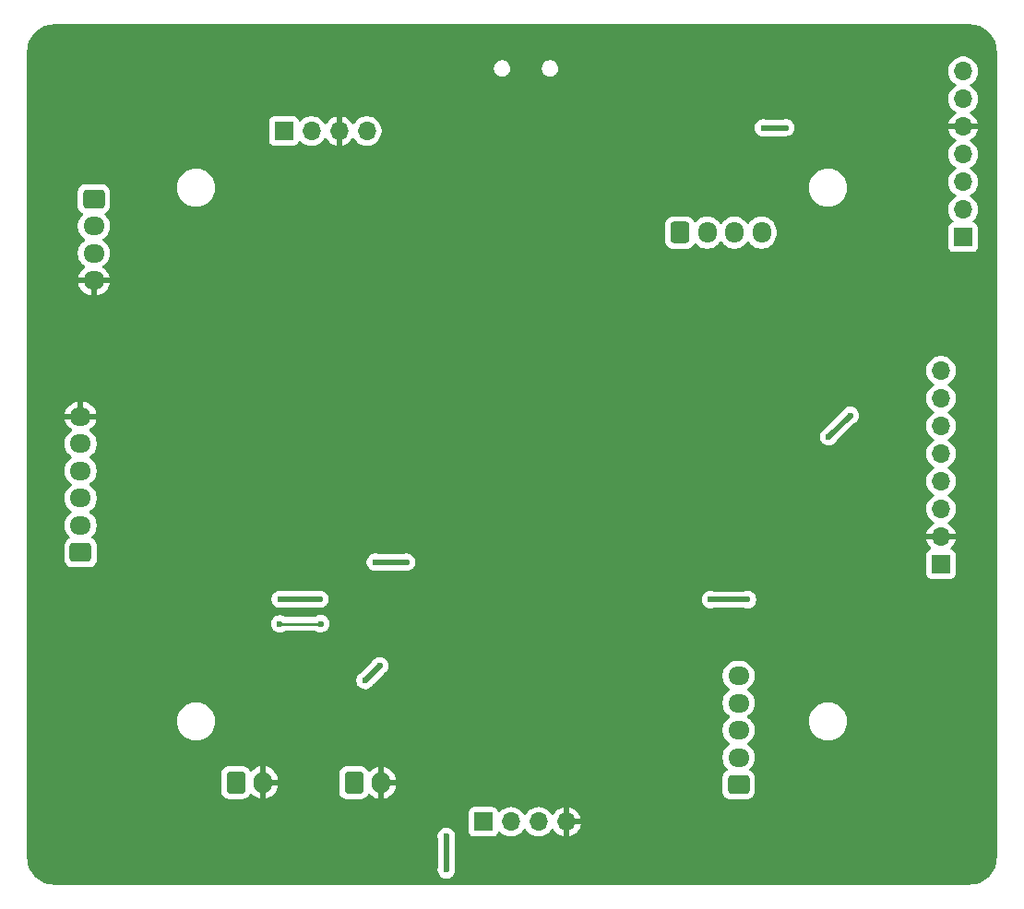
<source format=gbr>
%TF.GenerationSoftware,KiCad,Pcbnew,9.0.1*%
%TF.CreationDate,2025-05-06T13:03:09-06:00*%
%TF.ProjectId,2025_04_STM32F103_RobotBrain,32303235-5f30-4345-9f53-544d33324631,rev?*%
%TF.SameCoordinates,Original*%
%TF.FileFunction,Copper,L2,Bot*%
%TF.FilePolarity,Positive*%
%FSLAX46Y46*%
G04 Gerber Fmt 4.6, Leading zero omitted, Abs format (unit mm)*
G04 Created by KiCad (PCBNEW 9.0.1) date 2025-05-06 13:03:09*
%MOMM*%
%LPD*%
G01*
G04 APERTURE LIST*
G04 Aperture macros list*
%AMRoundRect*
0 Rectangle with rounded corners*
0 $1 Rounding radius*
0 $2 $3 $4 $5 $6 $7 $8 $9 X,Y pos of 4 corners*
0 Add a 4 corners polygon primitive as box body*
4,1,4,$2,$3,$4,$5,$6,$7,$8,$9,$2,$3,0*
0 Add four circle primitives for the rounded corners*
1,1,$1+$1,$2,$3*
1,1,$1+$1,$4,$5*
1,1,$1+$1,$6,$7*
1,1,$1+$1,$8,$9*
0 Add four rect primitives between the rounded corners*
20,1,$1+$1,$2,$3,$4,$5,0*
20,1,$1+$1,$4,$5,$6,$7,0*
20,1,$1+$1,$6,$7,$8,$9,0*
20,1,$1+$1,$8,$9,$2,$3,0*%
G04 Aperture macros list end*
%TA.AperFunction,ComponentPad*%
%ADD10RoundRect,0.250000X-0.600000X-0.750000X0.600000X-0.750000X0.600000X0.750000X-0.600000X0.750000X0*%
%TD*%
%TA.AperFunction,ComponentPad*%
%ADD11O,1.700000X2.000000*%
%TD*%
%TA.AperFunction,ComponentPad*%
%ADD12R,1.700000X1.700000*%
%TD*%
%TA.AperFunction,ComponentPad*%
%ADD13O,1.700000X1.700000*%
%TD*%
%TA.AperFunction,ComponentPad*%
%ADD14RoundRect,0.250000X0.725000X-0.600000X0.725000X0.600000X-0.725000X0.600000X-0.725000X-0.600000X0*%
%TD*%
%TA.AperFunction,ComponentPad*%
%ADD15O,1.950000X1.700000*%
%TD*%
%TA.AperFunction,ComponentPad*%
%ADD16RoundRect,0.250000X-0.725000X0.600000X-0.725000X-0.600000X0.725000X-0.600000X0.725000X0.600000X0*%
%TD*%
%TA.AperFunction,ComponentPad*%
%ADD17RoundRect,0.250000X-0.600000X-0.725000X0.600000X-0.725000X0.600000X0.725000X-0.600000X0.725000X0*%
%TD*%
%TA.AperFunction,ComponentPad*%
%ADD18O,1.700000X1.950000*%
%TD*%
%TA.AperFunction,ViaPad*%
%ADD19C,0.600000*%
%TD*%
%TA.AperFunction,Conductor*%
%ADD20C,0.508000*%
%TD*%
%TA.AperFunction,Conductor*%
%ADD21C,0.254000*%
%TD*%
G04 APERTURE END LIST*
D10*
%TO.P,J6,1,Pin_1*%
%TO.N,+3V3*%
X122580000Y-99900000D03*
D11*
%TO.P,J6,2,Pin_2*%
%TO.N,GND*%
X125080000Y-99900000D03*
%TD*%
D12*
%TO.P,J9,1,Pin_1*%
%TO.N,+3V3*%
X178500000Y-49800000D03*
D13*
%TO.P,J9,2,Pin_2*%
%TO.N,/PS2_SCK*%
X178500000Y-47260000D03*
%TO.P,J9,3,Pin_3*%
%TO.N,unconnected-(J9-Pin_3-Pad3)*%
X178500000Y-44720000D03*
%TO.P,J9,4,Pin_4*%
%TO.N,/PS2_CS*%
X178500000Y-42180000D03*
%TO.P,J9,5,Pin_5*%
%TO.N,GND*%
X178500000Y-39640000D03*
%TO.P,J9,6,Pin_6*%
%TO.N,/PS2_MISO*%
X178500000Y-37100000D03*
%TO.P,J9,7,Pin_7*%
%TO.N,/PS2_MOSI*%
X178500000Y-34560000D03*
%TD*%
D14*
%TO.P,J8,1,Pin_1*%
%TO.N,/E2A*%
X157890000Y-100070000D03*
D15*
%TO.P,J8,2,Pin_2*%
%TO.N,/E2B*%
X157890000Y-97570000D03*
%TO.P,J8,3,Pin_3*%
%TO.N,/E1A*%
X157890000Y-95070000D03*
%TO.P,J8,4,Pin_4*%
%TO.N,/E1B*%
X157890000Y-92570000D03*
%TO.P,J8,5,Pin_5*%
%TO.N,/PWR_ADC*%
X157890000Y-90070000D03*
%TD*%
D12*
%TO.P,J2,1,Pin_1*%
%TO.N,+5V*%
X176465000Y-79835000D03*
D13*
%TO.P,J2,2,Pin_2*%
%TO.N,GND*%
X176465000Y-77295000D03*
%TO.P,J2,3,Pin_3*%
%TO.N,/IMU_I2C_SCL*%
X176465000Y-74755000D03*
%TO.P,J2,4,Pin_4*%
%TO.N,/IMU_I2C_SDA*%
X176465000Y-72215000D03*
%TO.P,J2,5,Pin_5*%
%TO.N,unconnected-(J2-Pin_5-Pad5)*%
X176465000Y-69675000D03*
%TO.P,J2,6,Pin_6*%
%TO.N,unconnected-(J2-Pin_6-Pad6)*%
X176465000Y-67135000D03*
%TO.P,J2,7,Pin_7*%
%TO.N,unconnected-(J2-Pin_7-Pad7)*%
X176465000Y-64595000D03*
%TO.P,J2,8,Pin_8*%
%TO.N,/IMU_INT*%
X176465000Y-62055000D03*
%TD*%
D12*
%TO.P,J4,1,Pin_1*%
%TO.N,+3V3*%
X116160000Y-40040000D03*
D13*
%TO.P,J4,2,Pin_2*%
%TO.N,/SWCLK*%
X118700000Y-40040000D03*
%TO.P,J4,3,Pin_3*%
%TO.N,GND*%
X121240000Y-40040000D03*
%TO.P,J4,4,Pin_4*%
%TO.N,/SWDIO*%
X123780000Y-40040000D03*
%TD*%
D16*
%TO.P,J11,1,Pin_1*%
%TO.N,+3V3*%
X98720000Y-46270000D03*
D15*
%TO.P,J11,2,Pin_2*%
%TO.N,/USER_TX*%
X98720000Y-48770000D03*
%TO.P,J11,3,Pin_3*%
%TO.N,/USER_RX*%
X98720000Y-51270000D03*
%TO.P,J11,4,Pin_4*%
%TO.N,GND*%
X98720000Y-53770000D03*
%TD*%
D12*
%TO.P,J3,1,Pin_1*%
%TO.N,+5V*%
X134460000Y-103485000D03*
D13*
%TO.P,J3,2,Pin_2*%
%TO.N,/ULTRA_TRIG*%
X137000000Y-103485000D03*
%TO.P,J3,3,Pin_3*%
%TO.N,/ULTRA_ECHO*%
X139540000Y-103485000D03*
%TO.P,J3,4,Pin_4*%
%TO.N,GND*%
X142080000Y-103485000D03*
%TD*%
D17*
%TO.P,J7,1,Pin_1*%
%TO.N,/AN2*%
X152510000Y-49370000D03*
D18*
%TO.P,J7,2,Pin_2*%
%TO.N,/AN1*%
X155010000Y-49370000D03*
%TO.P,J7,3,Pin_3*%
%TO.N,/BN2*%
X157510000Y-49370000D03*
%TO.P,J7,4,Pin_4*%
%TO.N,/BN1*%
X160010000Y-49370000D03*
%TD*%
D10*
%TO.P,J5,1,Pin_1*%
%TO.N,+5V*%
X111750000Y-99875000D03*
D11*
%TO.P,J5,2,Pin_2*%
%TO.N,GND*%
X114250000Y-99875000D03*
%TD*%
D14*
%TO.P,J10,1,Pin_1*%
%TO.N,+3V3*%
X97510000Y-78760000D03*
D15*
%TO.P,J10,2,Pin_2*%
%TO.N,/X1*%
X97510000Y-76260000D03*
%TO.P,J10,3,Pin_3*%
%TO.N,/X2*%
X97510000Y-73760000D03*
%TO.P,J10,4,Pin_4*%
%TO.N,/X3*%
X97510000Y-71260000D03*
%TO.P,J10,5,Pin_5*%
%TO.N,/X4*%
X97510000Y-68760000D03*
%TO.P,J10,6,Pin_6*%
%TO.N,GND*%
X97510000Y-66260000D03*
%TD*%
D19*
%TO.N,GND*%
X130000000Y-104710001D03*
%TO.N,+5V*%
X131080000Y-104800001D03*
X131080000Y-107892000D03*
%TO.N,GND*%
X159070000Y-39880001D03*
X162600000Y-40690001D03*
X115360000Y-86240001D03*
X115390000Y-82070001D03*
X120000000Y-82110001D03*
X120030000Y-86230001D03*
%TO.N,Net-(LED1-DIN)*%
X115790000Y-85300001D03*
X119540000Y-85290001D03*
%TO.N,+3V3*%
X119480000Y-83040001D03*
X115820000Y-83040001D03*
X162230000Y-39750001D03*
X160177268Y-39745000D03*
X155330000Y-83080000D03*
X127405926Y-79646826D03*
X166161644Y-68138356D03*
X168141824Y-66158176D03*
X124970000Y-89150000D03*
X158717000Y-83080000D03*
X123620000Y-90500000D03*
X124560000Y-79640000D03*
%TO.N,GND*%
X135300000Y-31060000D03*
X135310000Y-31970000D03*
X122680000Y-89880000D03*
X138320000Y-48630000D03*
X101550000Y-104940000D03*
X136780000Y-35480000D03*
X137200000Y-59890000D03*
X135310000Y-36460000D03*
X128960000Y-79190000D03*
X100250000Y-97140000D03*
X148430000Y-76280000D03*
X158970000Y-81890000D03*
X133260000Y-70570000D03*
X161270000Y-37740001D03*
X156300000Y-38970000D03*
X135310000Y-75730000D03*
X141240000Y-79920000D03*
X116610000Y-74610000D03*
X162820000Y-30550000D03*
X150070000Y-72380000D03*
X174000000Y-92900000D03*
X132070000Y-71580000D03*
X133640000Y-85390000D03*
X141410000Y-36420000D03*
X145110000Y-70690000D03*
X173350000Y-99580000D03*
X154570000Y-82210000D03*
X126010000Y-88840000D03*
X153880000Y-30560000D03*
X148580000Y-83950000D03*
X135220000Y-88640000D03*
X141420000Y-37150000D03*
X141430000Y-31900000D03*
X141430000Y-31090000D03*
X157700000Y-38950000D03*
X175680000Y-106180000D03*
X148460000Y-78570000D03*
X165230000Y-67650000D03*
X137960000Y-77270000D03*
X167470000Y-65070000D03*
X148070000Y-63560000D03*
X148400000Y-32585000D03*
X156420000Y-36240000D03*
X130690000Y-76070000D03*
X133510000Y-59260000D03*
X142390000Y-77290000D03*
X173990000Y-90010000D03*
X123421006Y-79505671D03*
X142300000Y-74080000D03*
X147470000Y-58420000D03*
X135310000Y-37250000D03*
X147170000Y-41280000D03*
%TD*%
D20*
%TO.N,+5V*%
X131080000Y-107892000D02*
X131080000Y-104800001D01*
D21*
%TO.N,Net-(LED1-DIN)*%
X115790000Y-85300001D02*
X119530000Y-85300001D01*
X119530000Y-85300001D02*
X119540000Y-85290001D01*
D20*
%TO.N,+3V3*%
X119480000Y-83040001D02*
X115820000Y-83040001D01*
X162224999Y-39745000D02*
X162230000Y-39750001D01*
X160177268Y-39745000D02*
X162224999Y-39745000D01*
X155330000Y-83080000D02*
X158717000Y-83080000D01*
X124560000Y-79640000D02*
X127399100Y-79640000D01*
X127399100Y-79640000D02*
X127405926Y-79646826D01*
X166161644Y-68138356D02*
X168141824Y-66158176D01*
X124970000Y-89150000D02*
X123620000Y-90500000D01*
%TD*%
%TA.AperFunction,Conductor*%
%TO.N,GND*%
G36*
X179103736Y-30250727D02*
G01*
X179393796Y-30268272D01*
X179408657Y-30270076D01*
X179690797Y-30321781D01*
X179705334Y-30325364D01*
X179979182Y-30410699D01*
X179993163Y-30416001D01*
X180254732Y-30533724D01*
X180267987Y-30540681D01*
X180513458Y-30689072D01*
X180525776Y-30697574D01*
X180751573Y-30874474D01*
X180762781Y-30884404D01*
X180965595Y-31087219D01*
X180975525Y-31098427D01*
X181152422Y-31324218D01*
X181160928Y-31336541D01*
X181309315Y-31582004D01*
X181316274Y-31595263D01*
X181433996Y-31856832D01*
X181439305Y-31870833D01*
X181524634Y-32144664D01*
X181528218Y-32159202D01*
X181579922Y-32441340D01*
X181581727Y-32456205D01*
X181589097Y-32578033D01*
X181595513Y-32684110D01*
X181599274Y-32746274D01*
X181599500Y-32753761D01*
X181599500Y-106746250D01*
X181599274Y-106753737D01*
X181581728Y-107043795D01*
X181579923Y-107058660D01*
X181528219Y-107340798D01*
X181524635Y-107355336D01*
X181439304Y-107629175D01*
X181433994Y-107643177D01*
X181316277Y-107904731D01*
X181309319Y-107917989D01*
X181160928Y-108163459D01*
X181152422Y-108175782D01*
X180975525Y-108401573D01*
X180965595Y-108412781D01*
X180762781Y-108615596D01*
X180751573Y-108625526D01*
X180525782Y-108802422D01*
X180513458Y-108810928D01*
X180267987Y-108959319D01*
X180254730Y-108966277D01*
X179993176Y-109083994D01*
X179979174Y-109089304D01*
X179705335Y-109174635D01*
X179690797Y-109178219D01*
X179408659Y-109229923D01*
X179393794Y-109231728D01*
X179200701Y-109243408D01*
X179103712Y-109249275D01*
X179096240Y-109249501D01*
X95103752Y-109249501D01*
X95096265Y-109249275D01*
X94806205Y-109231729D01*
X94791340Y-109229924D01*
X94509202Y-109178220D01*
X94494664Y-109174636D01*
X94220832Y-109089307D01*
X94206831Y-109083998D01*
X93945263Y-108966276D01*
X93932004Y-108959317D01*
X93686540Y-108810929D01*
X93674217Y-108802423D01*
X93448426Y-108625527D01*
X93437218Y-108615597D01*
X93234403Y-108412782D01*
X93224473Y-108401574D01*
X93122319Y-108271185D01*
X93047572Y-108175777D01*
X93039074Y-108163466D01*
X92890679Y-107917989D01*
X92883724Y-107904737D01*
X92842505Y-107813153D01*
X92765999Y-107643163D01*
X92760692Y-107629167D01*
X92758370Y-107621717D01*
X92675362Y-107355335D01*
X92671779Y-107340798D01*
X92620075Y-107058660D01*
X92618270Y-107043795D01*
X92600726Y-106753752D01*
X92600500Y-106746265D01*
X92600500Y-104721154D01*
X130279500Y-104721154D01*
X130279500Y-104878847D01*
X130310261Y-105033490D01*
X130310263Y-105033498D01*
X130316061Y-105047495D01*
X130325500Y-105094948D01*
X130325500Y-107597053D01*
X130316062Y-107644501D01*
X130310263Y-107658503D01*
X130310262Y-107658506D01*
X130310260Y-107658511D01*
X130279500Y-107813153D01*
X130279500Y-107970846D01*
X130310261Y-108125489D01*
X130310264Y-108125501D01*
X130370602Y-108271172D01*
X130370609Y-108271185D01*
X130458210Y-108402288D01*
X130458213Y-108402292D01*
X130569707Y-108513786D01*
X130569711Y-108513789D01*
X130700814Y-108601390D01*
X130700827Y-108601397D01*
X130846498Y-108661735D01*
X130846503Y-108661737D01*
X131001153Y-108692499D01*
X131001156Y-108692500D01*
X131001158Y-108692500D01*
X131158844Y-108692500D01*
X131158845Y-108692499D01*
X131313497Y-108661737D01*
X131459179Y-108601394D01*
X131590289Y-108513789D01*
X131701789Y-108402289D01*
X131789394Y-108271179D01*
X131849737Y-108125497D01*
X131880500Y-107970842D01*
X131880500Y-107813158D01*
X131880500Y-107813155D01*
X131880499Y-107813153D01*
X131849739Y-107658511D01*
X131849738Y-107658508D01*
X131849737Y-107658503D01*
X131843937Y-107644501D01*
X131834500Y-107597053D01*
X131834500Y-105094948D01*
X131843939Y-105047495D01*
X131849737Y-105033498D01*
X131880500Y-104878843D01*
X131880500Y-104721159D01*
X131880500Y-104721156D01*
X131880499Y-104721154D01*
X131874808Y-104692544D01*
X131849737Y-104566504D01*
X131828447Y-104515104D01*
X131789397Y-104420828D01*
X131789390Y-104420815D01*
X131701789Y-104289712D01*
X131701786Y-104289708D01*
X131590292Y-104178214D01*
X131590288Y-104178211D01*
X131459185Y-104090610D01*
X131459172Y-104090603D01*
X131313501Y-104030265D01*
X131313489Y-104030262D01*
X131158845Y-103999501D01*
X131158842Y-103999501D01*
X131001158Y-103999501D01*
X131001155Y-103999501D01*
X130846510Y-104030262D01*
X130846498Y-104030265D01*
X130700827Y-104090603D01*
X130700814Y-104090610D01*
X130569711Y-104178211D01*
X130569707Y-104178214D01*
X130458213Y-104289708D01*
X130458210Y-104289712D01*
X130370609Y-104420815D01*
X130370602Y-104420828D01*
X130310264Y-104566499D01*
X130310261Y-104566511D01*
X130279500Y-104721154D01*
X92600500Y-104721154D01*
X92600500Y-102587135D01*
X133109500Y-102587135D01*
X133109500Y-104382870D01*
X133109501Y-104382876D01*
X133115908Y-104442483D01*
X133166202Y-104577328D01*
X133166206Y-104577335D01*
X133252452Y-104692544D01*
X133252455Y-104692547D01*
X133367664Y-104778793D01*
X133367671Y-104778797D01*
X133502517Y-104829091D01*
X133502516Y-104829091D01*
X133509444Y-104829835D01*
X133562127Y-104835500D01*
X135357872Y-104835499D01*
X135417483Y-104829091D01*
X135552331Y-104778796D01*
X135667546Y-104692546D01*
X135753796Y-104577331D01*
X135802810Y-104445916D01*
X135844681Y-104389984D01*
X135910145Y-104365566D01*
X135978418Y-104380417D01*
X136006673Y-104401569D01*
X136120213Y-104515109D01*
X136292179Y-104640048D01*
X136292181Y-104640049D01*
X136292184Y-104640051D01*
X136481588Y-104736557D01*
X136683757Y-104802246D01*
X136893713Y-104835500D01*
X136893714Y-104835500D01*
X137106286Y-104835500D01*
X137106287Y-104835500D01*
X137316243Y-104802246D01*
X137518412Y-104736557D01*
X137707816Y-104640051D01*
X137794138Y-104577335D01*
X137879786Y-104515109D01*
X137879788Y-104515106D01*
X137879792Y-104515104D01*
X138030104Y-104364792D01*
X138030106Y-104364788D01*
X138030109Y-104364786D01*
X138155048Y-104192820D01*
X138155047Y-104192820D01*
X138155051Y-104192816D01*
X138159514Y-104184054D01*
X138207488Y-104133259D01*
X138275308Y-104116463D01*
X138341444Y-104138999D01*
X138380486Y-104184056D01*
X138384951Y-104192820D01*
X138509890Y-104364786D01*
X138660213Y-104515109D01*
X138832179Y-104640048D01*
X138832181Y-104640049D01*
X138832184Y-104640051D01*
X139021588Y-104736557D01*
X139223757Y-104802246D01*
X139433713Y-104835500D01*
X139433714Y-104835500D01*
X139646286Y-104835500D01*
X139646287Y-104835500D01*
X139856243Y-104802246D01*
X140058412Y-104736557D01*
X140247816Y-104640051D01*
X140334138Y-104577335D01*
X140419786Y-104515109D01*
X140419788Y-104515106D01*
X140419792Y-104515104D01*
X140570104Y-104364792D01*
X140570106Y-104364788D01*
X140570109Y-104364786D01*
X140695048Y-104192820D01*
X140695051Y-104192816D01*
X140699793Y-104183508D01*
X140747763Y-104132711D01*
X140815583Y-104115911D01*
X140881719Y-104138445D01*
X140920763Y-104183500D01*
X140925377Y-104192555D01*
X141050272Y-104364459D01*
X141050276Y-104364464D01*
X141200535Y-104514723D01*
X141200540Y-104514727D01*
X141372442Y-104639620D01*
X141561782Y-104736095D01*
X141763871Y-104801757D01*
X141830000Y-104812231D01*
X141830000Y-103918012D01*
X141887007Y-103950925D01*
X142014174Y-103985000D01*
X142145826Y-103985000D01*
X142272993Y-103950925D01*
X142330000Y-103918012D01*
X142330000Y-104812230D01*
X142396126Y-104801757D01*
X142396129Y-104801757D01*
X142598217Y-104736095D01*
X142787557Y-104639620D01*
X142959459Y-104514727D01*
X142959464Y-104514723D01*
X143109723Y-104364464D01*
X143109727Y-104364459D01*
X143234620Y-104192557D01*
X143331095Y-104003217D01*
X143396757Y-103801129D01*
X143396757Y-103801126D01*
X143407231Y-103735000D01*
X142513012Y-103735000D01*
X142545925Y-103677993D01*
X142580000Y-103550826D01*
X142580000Y-103419174D01*
X142545925Y-103292007D01*
X142513012Y-103235000D01*
X143407231Y-103235000D01*
X143396757Y-103168873D01*
X143396757Y-103168870D01*
X143331095Y-102966782D01*
X143234620Y-102777442D01*
X143109727Y-102605540D01*
X143109723Y-102605535D01*
X142959464Y-102455276D01*
X142959459Y-102455272D01*
X142787557Y-102330379D01*
X142598215Y-102233903D01*
X142396124Y-102168241D01*
X142330000Y-102157768D01*
X142330000Y-103051988D01*
X142272993Y-103019075D01*
X142145826Y-102985000D01*
X142014174Y-102985000D01*
X141887007Y-103019075D01*
X141830000Y-103051988D01*
X141830000Y-102157768D01*
X141829999Y-102157768D01*
X141763875Y-102168241D01*
X141561784Y-102233903D01*
X141372442Y-102330379D01*
X141200540Y-102455272D01*
X141200535Y-102455276D01*
X141050276Y-102605535D01*
X141050272Y-102605540D01*
X140925378Y-102777443D01*
X140920762Y-102786502D01*
X140872784Y-102837295D01*
X140804963Y-102854087D01*
X140738829Y-102831546D01*
X140699794Y-102786493D01*
X140695051Y-102777184D01*
X140695049Y-102777181D01*
X140695048Y-102777179D01*
X140570109Y-102605213D01*
X140419786Y-102454890D01*
X140247820Y-102329951D01*
X140058414Y-102233444D01*
X140058413Y-102233443D01*
X140058412Y-102233443D01*
X139856243Y-102167754D01*
X139856241Y-102167753D01*
X139856240Y-102167753D01*
X139694957Y-102142208D01*
X139646287Y-102134500D01*
X139433713Y-102134500D01*
X139385042Y-102142208D01*
X139223760Y-102167753D01*
X139021585Y-102233444D01*
X138832179Y-102329951D01*
X138660213Y-102454890D01*
X138509890Y-102605213D01*
X138384949Y-102777182D01*
X138380484Y-102785946D01*
X138332509Y-102836742D01*
X138264688Y-102853536D01*
X138198553Y-102830998D01*
X138159516Y-102785946D01*
X138155050Y-102777182D01*
X138030109Y-102605213D01*
X137879786Y-102454890D01*
X137707820Y-102329951D01*
X137518414Y-102233444D01*
X137518413Y-102233443D01*
X137518412Y-102233443D01*
X137316243Y-102167754D01*
X137316241Y-102167753D01*
X137316240Y-102167753D01*
X137154957Y-102142208D01*
X137106287Y-102134500D01*
X136893713Y-102134500D01*
X136845042Y-102142208D01*
X136683760Y-102167753D01*
X136481585Y-102233444D01*
X136292179Y-102329951D01*
X136120215Y-102454889D01*
X136006673Y-102568431D01*
X135945350Y-102601915D01*
X135875658Y-102596931D01*
X135819725Y-102555059D01*
X135802810Y-102524082D01*
X135753797Y-102392671D01*
X135753793Y-102392664D01*
X135667547Y-102277455D01*
X135667544Y-102277452D01*
X135552335Y-102191206D01*
X135552328Y-102191202D01*
X135417482Y-102140908D01*
X135417483Y-102140908D01*
X135357883Y-102134501D01*
X135357881Y-102134500D01*
X135357873Y-102134500D01*
X135357864Y-102134500D01*
X133562129Y-102134500D01*
X133562123Y-102134501D01*
X133502516Y-102140908D01*
X133367671Y-102191202D01*
X133367664Y-102191206D01*
X133252455Y-102277452D01*
X133252452Y-102277455D01*
X133166206Y-102392664D01*
X133166202Y-102392671D01*
X133115908Y-102527517D01*
X133109501Y-102587116D01*
X133109500Y-102587135D01*
X92600500Y-102587135D01*
X92600500Y-99074983D01*
X110399500Y-99074983D01*
X110399500Y-100675001D01*
X110399501Y-100675018D01*
X110410000Y-100777796D01*
X110410001Y-100777799D01*
X110465185Y-100944331D01*
X110465186Y-100944334D01*
X110557288Y-101093656D01*
X110681344Y-101217712D01*
X110830666Y-101309814D01*
X110997203Y-101364999D01*
X111099991Y-101375500D01*
X112400008Y-101375499D01*
X112502797Y-101364999D01*
X112669334Y-101309814D01*
X112818656Y-101217712D01*
X112942712Y-101093656D01*
X113034814Y-100944334D01*
X113034814Y-100944331D01*
X113038448Y-100938441D01*
X113090395Y-100891716D01*
X113159358Y-100880493D01*
X113223440Y-100908336D01*
X113231668Y-100915856D01*
X113370535Y-101054723D01*
X113370540Y-101054727D01*
X113542442Y-101179620D01*
X113731782Y-101276095D01*
X113933871Y-101341757D01*
X114000000Y-101352231D01*
X114000000Y-100308012D01*
X114057007Y-100340925D01*
X114184174Y-100375000D01*
X114315826Y-100375000D01*
X114442993Y-100340925D01*
X114500000Y-100308012D01*
X114500000Y-101352230D01*
X114566126Y-101341757D01*
X114566129Y-101341757D01*
X114768217Y-101276095D01*
X114957557Y-101179620D01*
X115129459Y-101054727D01*
X115129464Y-101054723D01*
X115279723Y-100904464D01*
X115279727Y-100904459D01*
X115404620Y-100732557D01*
X115501095Y-100543217D01*
X115566757Y-100341130D01*
X115566757Y-100341127D01*
X115600000Y-100131246D01*
X115600000Y-100125000D01*
X114683012Y-100125000D01*
X114715925Y-100067993D01*
X114750000Y-99940826D01*
X114750000Y-99809174D01*
X114715925Y-99682007D01*
X114683012Y-99625000D01*
X115600000Y-99625000D01*
X115600000Y-99618753D01*
X115566757Y-99408872D01*
X115566757Y-99408869D01*
X115501094Y-99206780D01*
X115473758Y-99153130D01*
X115473757Y-99153129D01*
X115446677Y-99099983D01*
X121229500Y-99099983D01*
X121229500Y-100700001D01*
X121229501Y-100700018D01*
X121240000Y-100802796D01*
X121240001Y-100802799D01*
X121273690Y-100904464D01*
X121295186Y-100969334D01*
X121387288Y-101118656D01*
X121511344Y-101242712D01*
X121660666Y-101334814D01*
X121827203Y-101389999D01*
X121929991Y-101400500D01*
X123230008Y-101400499D01*
X123332797Y-101389999D01*
X123499334Y-101334814D01*
X123648656Y-101242712D01*
X123772712Y-101118656D01*
X123864814Y-100969334D01*
X123864814Y-100969331D01*
X123868448Y-100963441D01*
X123920395Y-100916716D01*
X123989358Y-100905493D01*
X124053440Y-100933336D01*
X124061668Y-100940856D01*
X124200535Y-101079723D01*
X124200540Y-101079727D01*
X124372442Y-101204620D01*
X124561782Y-101301095D01*
X124763871Y-101366757D01*
X124830000Y-101377231D01*
X124830000Y-100333012D01*
X124887007Y-100365925D01*
X125014174Y-100400000D01*
X125145826Y-100400000D01*
X125272993Y-100365925D01*
X125330000Y-100333012D01*
X125330000Y-101377230D01*
X125396126Y-101366757D01*
X125396129Y-101366757D01*
X125598217Y-101301095D01*
X125787557Y-101204620D01*
X125959459Y-101079727D01*
X125959464Y-101079723D01*
X126109723Y-100929464D01*
X126109727Y-100929459D01*
X126234620Y-100757557D01*
X126331095Y-100568217D01*
X126396757Y-100366130D01*
X126396757Y-100366127D01*
X126430000Y-100156246D01*
X126430000Y-100150000D01*
X125513012Y-100150000D01*
X125545925Y-100092993D01*
X125580000Y-99965826D01*
X125580000Y-99834174D01*
X125545925Y-99707007D01*
X125513012Y-99650000D01*
X126430000Y-99650000D01*
X126430000Y-99643753D01*
X126396757Y-99433872D01*
X126396757Y-99433869D01*
X126331095Y-99231782D01*
X126234620Y-99042442D01*
X126109727Y-98870540D01*
X126109723Y-98870535D01*
X125959464Y-98720276D01*
X125959459Y-98720272D01*
X125787557Y-98595379D01*
X125598215Y-98498903D01*
X125396124Y-98433241D01*
X125330000Y-98422768D01*
X125330000Y-99466988D01*
X125272993Y-99434075D01*
X125145826Y-99400000D01*
X125014174Y-99400000D01*
X124887007Y-99434075D01*
X124830000Y-99466988D01*
X124830000Y-98422768D01*
X124829999Y-98422768D01*
X124763875Y-98433241D01*
X124561784Y-98498903D01*
X124372442Y-98595379D01*
X124200541Y-98720271D01*
X124061668Y-98859144D01*
X124000345Y-98892628D01*
X123930653Y-98887644D01*
X123874720Y-98845772D01*
X123868448Y-98836558D01*
X123799670Y-98725051D01*
X123772712Y-98681344D01*
X123648656Y-98557288D01*
X123499334Y-98465186D01*
X123332797Y-98410001D01*
X123332795Y-98410000D01*
X123230010Y-98399500D01*
X121929998Y-98399500D01*
X121929981Y-98399501D01*
X121827203Y-98410000D01*
X121827200Y-98410001D01*
X121660668Y-98465185D01*
X121660663Y-98465187D01*
X121511342Y-98557289D01*
X121387289Y-98681342D01*
X121295187Y-98830663D01*
X121295185Y-98830668D01*
X121276305Y-98887644D01*
X121240001Y-98997203D01*
X121240001Y-98997204D01*
X121240000Y-98997204D01*
X121229500Y-99099983D01*
X115446677Y-99099983D01*
X115404620Y-99017442D01*
X115279727Y-98845540D01*
X115279723Y-98845535D01*
X115129464Y-98695276D01*
X115129459Y-98695272D01*
X114957557Y-98570379D01*
X114768215Y-98473903D01*
X114566124Y-98408241D01*
X114500000Y-98397768D01*
X114500000Y-99441988D01*
X114442993Y-99409075D01*
X114315826Y-99375000D01*
X114184174Y-99375000D01*
X114057007Y-99409075D01*
X114000000Y-99441988D01*
X114000000Y-98397768D01*
X113999999Y-98397768D01*
X113933875Y-98408241D01*
X113731784Y-98473903D01*
X113542442Y-98570379D01*
X113370541Y-98695271D01*
X113231668Y-98834144D01*
X113170345Y-98867628D01*
X113100653Y-98862644D01*
X113044720Y-98820772D01*
X113038448Y-98811558D01*
X112985272Y-98725346D01*
X112942712Y-98656344D01*
X112818656Y-98532288D01*
X112669334Y-98440186D01*
X112502797Y-98385001D01*
X112502795Y-98385000D01*
X112400010Y-98374500D01*
X111099998Y-98374500D01*
X111099981Y-98374501D01*
X110997203Y-98385000D01*
X110997200Y-98385001D01*
X110830668Y-98440185D01*
X110830663Y-98440187D01*
X110681342Y-98532289D01*
X110557289Y-98656342D01*
X110465187Y-98805663D01*
X110465185Y-98805668D01*
X110443689Y-98870540D01*
X110410001Y-98972203D01*
X110410001Y-98972204D01*
X110410000Y-98972204D01*
X110399500Y-99074983D01*
X92600500Y-99074983D01*
X92600500Y-94135259D01*
X106349500Y-94135259D01*
X106349500Y-94364742D01*
X106374100Y-94551585D01*
X106379452Y-94592239D01*
X106415153Y-94725479D01*
X106438842Y-94813888D01*
X106526650Y-95025877D01*
X106526656Y-95025889D01*
X106613487Y-95176286D01*
X106641392Y-95224618D01*
X106781081Y-95406662D01*
X106781089Y-95406671D01*
X106943330Y-95568912D01*
X106943338Y-95568919D01*
X107125382Y-95708608D01*
X107125385Y-95708609D01*
X107125388Y-95708612D01*
X107324112Y-95823345D01*
X107324117Y-95823347D01*
X107324123Y-95823350D01*
X107415480Y-95861191D01*
X107536113Y-95911159D01*
X107757762Y-95970549D01*
X107985266Y-96000501D01*
X107985273Y-96000501D01*
X108214727Y-96000501D01*
X108214734Y-96000501D01*
X108442238Y-95970549D01*
X108663887Y-95911159D01*
X108875888Y-95823345D01*
X109074612Y-95708612D01*
X109256661Y-95568920D01*
X109256665Y-95568915D01*
X109256670Y-95568912D01*
X109418911Y-95406671D01*
X109418914Y-95406666D01*
X109418919Y-95406662D01*
X109558611Y-95224613D01*
X109673344Y-95025889D01*
X109761158Y-94813888D01*
X109820548Y-94592239D01*
X109850500Y-94364735D01*
X109850500Y-94135267D01*
X109820548Y-93907763D01*
X109761158Y-93686114D01*
X109697642Y-93532774D01*
X109673349Y-93474124D01*
X109673346Y-93474118D01*
X109673344Y-93474113D01*
X109558611Y-93275389D01*
X109558608Y-93275386D01*
X109558607Y-93275383D01*
X109418918Y-93093339D01*
X109418911Y-93093331D01*
X109256670Y-92931090D01*
X109256661Y-92931082D01*
X109074617Y-92791393D01*
X108875890Y-92676658D01*
X108875876Y-92676651D01*
X108663887Y-92588843D01*
X108442238Y-92529453D01*
X108404215Y-92524447D01*
X108214741Y-92499501D01*
X108214734Y-92499501D01*
X107985266Y-92499501D01*
X107985258Y-92499501D01*
X107768715Y-92528010D01*
X107757762Y-92529453D01*
X107664076Y-92554555D01*
X107536112Y-92588843D01*
X107324123Y-92676651D01*
X107324109Y-92676658D01*
X107125382Y-92791393D01*
X106943338Y-92931082D01*
X106781081Y-93093339D01*
X106641392Y-93275383D01*
X106526657Y-93474110D01*
X106526650Y-93474124D01*
X106438842Y-93686113D01*
X106379453Y-93907760D01*
X106379451Y-93907771D01*
X106349500Y-94135259D01*
X92600500Y-94135259D01*
X92600500Y-90421153D01*
X122819500Y-90421153D01*
X122819500Y-90578846D01*
X122850261Y-90733489D01*
X122850264Y-90733501D01*
X122910602Y-90879172D01*
X122910609Y-90879185D01*
X122998210Y-91010288D01*
X122998213Y-91010292D01*
X123109707Y-91121786D01*
X123109711Y-91121789D01*
X123240814Y-91209390D01*
X123240827Y-91209397D01*
X123386498Y-91269735D01*
X123386503Y-91269737D01*
X123515398Y-91295376D01*
X123541153Y-91300499D01*
X123541156Y-91300500D01*
X123541158Y-91300500D01*
X123698844Y-91300500D01*
X123698845Y-91300499D01*
X123853497Y-91269737D01*
X123999179Y-91209394D01*
X124130289Y-91121789D01*
X124241789Y-91010289D01*
X124329394Y-90879179D01*
X124335191Y-90865182D01*
X124362069Y-90824954D01*
X125223310Y-89963713D01*
X156414500Y-89963713D01*
X156414500Y-90176286D01*
X156447753Y-90386239D01*
X156513444Y-90588414D01*
X156609951Y-90777820D01*
X156734890Y-90949786D01*
X156885209Y-91100105D01*
X156885214Y-91100109D01*
X157049793Y-91219682D01*
X157092459Y-91275011D01*
X157098438Y-91344625D01*
X157065833Y-91406420D01*
X157049793Y-91420318D01*
X156885214Y-91539890D01*
X156885209Y-91539894D01*
X156734890Y-91690213D01*
X156609951Y-91862179D01*
X156513444Y-92051585D01*
X156447753Y-92253760D01*
X156414500Y-92463713D01*
X156414500Y-92676286D01*
X156447753Y-92886239D01*
X156513444Y-93088414D01*
X156609951Y-93277820D01*
X156734890Y-93449786D01*
X156885209Y-93600105D01*
X156885214Y-93600109D01*
X157049793Y-93719682D01*
X157092459Y-93775011D01*
X157098438Y-93844625D01*
X157065833Y-93906420D01*
X157049793Y-93920318D01*
X156885214Y-94039890D01*
X156885209Y-94039894D01*
X156734890Y-94190213D01*
X156609951Y-94362179D01*
X156513444Y-94551585D01*
X156447753Y-94753760D01*
X156422849Y-94911001D01*
X156414500Y-94963713D01*
X156414500Y-95176287D01*
X156447754Y-95386243D01*
X156507109Y-95568919D01*
X156513444Y-95588414D01*
X156609951Y-95777820D01*
X156734890Y-95949786D01*
X156885209Y-96100105D01*
X156885214Y-96100109D01*
X157049793Y-96219682D01*
X157092459Y-96275011D01*
X157098438Y-96344625D01*
X157065833Y-96406420D01*
X157049793Y-96420318D01*
X156885214Y-96539890D01*
X156885209Y-96539894D01*
X156734890Y-96690213D01*
X156609951Y-96862179D01*
X156513444Y-97051585D01*
X156447753Y-97253760D01*
X156414500Y-97463713D01*
X156414500Y-97676286D01*
X156447753Y-97886239D01*
X156513444Y-98088414D01*
X156609951Y-98277820D01*
X156734890Y-98449786D01*
X156873705Y-98588601D01*
X156907190Y-98649924D01*
X156902206Y-98719616D01*
X156860334Y-98775549D01*
X156851121Y-98781821D01*
X156696342Y-98877289D01*
X156572289Y-99001342D01*
X156480187Y-99150663D01*
X156480185Y-99150668D01*
X156461592Y-99206780D01*
X156425001Y-99317203D01*
X156425001Y-99317204D01*
X156425000Y-99317204D01*
X156414500Y-99419983D01*
X156414500Y-100720001D01*
X156414501Y-100720018D01*
X156425000Y-100822796D01*
X156425001Y-100822799D01*
X156464122Y-100940856D01*
X156480186Y-100989334D01*
X156572288Y-101138656D01*
X156696344Y-101262712D01*
X156845666Y-101354814D01*
X157012203Y-101409999D01*
X157114991Y-101420500D01*
X158665008Y-101420499D01*
X158767797Y-101409999D01*
X158934334Y-101354814D01*
X159083656Y-101262712D01*
X159207712Y-101138656D01*
X159299814Y-100989334D01*
X159354999Y-100822797D01*
X159365500Y-100720009D01*
X159365499Y-99419992D01*
X159354999Y-99317203D01*
X159299814Y-99150666D01*
X159207712Y-99001344D01*
X159083656Y-98877288D01*
X158934334Y-98785186D01*
X158934333Y-98785185D01*
X158928878Y-98781821D01*
X158882154Y-98729873D01*
X158870931Y-98660910D01*
X158898775Y-98596828D01*
X158906272Y-98588623D01*
X159045104Y-98449792D01*
X159052083Y-98440187D01*
X159170048Y-98277820D01*
X159170047Y-98277820D01*
X159170051Y-98277816D01*
X159266557Y-98088412D01*
X159332246Y-97886243D01*
X159365500Y-97676287D01*
X159365500Y-97463713D01*
X159332246Y-97253757D01*
X159266557Y-97051588D01*
X159170051Y-96862184D01*
X159170049Y-96862181D01*
X159170048Y-96862179D01*
X159045109Y-96690213D01*
X158894792Y-96539896D01*
X158894784Y-96539890D01*
X158730204Y-96420316D01*
X158687540Y-96364989D01*
X158681561Y-96295376D01*
X158714166Y-96233580D01*
X158730199Y-96219686D01*
X158894792Y-96100104D01*
X159045104Y-95949792D01*
X159045106Y-95949788D01*
X159045109Y-95949786D01*
X159170048Y-95777820D01*
X159170047Y-95777820D01*
X159170051Y-95777816D01*
X159266557Y-95588412D01*
X159332246Y-95386243D01*
X159365500Y-95176287D01*
X159365500Y-94963713D01*
X159332246Y-94753757D01*
X159266557Y-94551588D01*
X159170051Y-94362184D01*
X159170049Y-94362181D01*
X159170048Y-94362179D01*
X159055193Y-94204093D01*
X159045109Y-94190214D01*
X159045105Y-94190209D01*
X158990155Y-94135259D01*
X164349500Y-94135259D01*
X164349500Y-94364742D01*
X164374100Y-94551585D01*
X164379452Y-94592239D01*
X164415153Y-94725479D01*
X164438842Y-94813888D01*
X164526650Y-95025877D01*
X164526656Y-95025889D01*
X164613487Y-95176286D01*
X164641392Y-95224618D01*
X164781081Y-95406662D01*
X164781089Y-95406671D01*
X164943330Y-95568912D01*
X164943338Y-95568919D01*
X165125382Y-95708608D01*
X165125385Y-95708609D01*
X165125388Y-95708612D01*
X165324112Y-95823345D01*
X165324117Y-95823347D01*
X165324123Y-95823350D01*
X165415480Y-95861191D01*
X165536113Y-95911159D01*
X165757762Y-95970549D01*
X165985266Y-96000501D01*
X165985273Y-96000501D01*
X166214727Y-96000501D01*
X166214734Y-96000501D01*
X166442238Y-95970549D01*
X166663887Y-95911159D01*
X166875888Y-95823345D01*
X167074612Y-95708612D01*
X167256661Y-95568920D01*
X167256665Y-95568915D01*
X167256670Y-95568912D01*
X167418911Y-95406671D01*
X167418914Y-95406666D01*
X167418919Y-95406662D01*
X167558611Y-95224613D01*
X167673344Y-95025889D01*
X167761158Y-94813888D01*
X167820548Y-94592239D01*
X167850500Y-94364735D01*
X167850500Y-94135267D01*
X167820548Y-93907763D01*
X167761158Y-93686114D01*
X167697642Y-93532774D01*
X167673349Y-93474124D01*
X167673346Y-93474118D01*
X167673344Y-93474113D01*
X167558611Y-93275389D01*
X167558608Y-93275386D01*
X167558607Y-93275383D01*
X167418918Y-93093339D01*
X167418911Y-93093331D01*
X167256670Y-92931090D01*
X167256661Y-92931082D01*
X167074617Y-92791393D01*
X166875890Y-92676658D01*
X166875876Y-92676651D01*
X166663887Y-92588843D01*
X166442238Y-92529453D01*
X166404215Y-92524447D01*
X166214741Y-92499501D01*
X166214734Y-92499501D01*
X165985266Y-92499501D01*
X165985258Y-92499501D01*
X165768715Y-92528010D01*
X165757762Y-92529453D01*
X165664076Y-92554555D01*
X165536112Y-92588843D01*
X165324123Y-92676651D01*
X165324109Y-92676658D01*
X165125382Y-92791393D01*
X164943338Y-92931082D01*
X164781081Y-93093339D01*
X164641392Y-93275383D01*
X164526657Y-93474110D01*
X164526650Y-93474124D01*
X164438842Y-93686113D01*
X164379453Y-93907760D01*
X164379451Y-93907771D01*
X164349500Y-94135259D01*
X158990155Y-94135259D01*
X158894792Y-94039896D01*
X158884520Y-94032433D01*
X158730204Y-93920316D01*
X158687540Y-93864989D01*
X158681561Y-93795376D01*
X158714166Y-93733580D01*
X158730199Y-93719686D01*
X158894792Y-93600104D01*
X159045104Y-93449792D01*
X159045106Y-93449788D01*
X159045109Y-93449786D01*
X159170048Y-93277820D01*
X159170047Y-93277820D01*
X159170051Y-93277816D01*
X159266557Y-93088412D01*
X159332246Y-92886243D01*
X159365500Y-92676287D01*
X159365500Y-92463713D01*
X159332246Y-92253757D01*
X159266557Y-92051588D01*
X159170051Y-91862184D01*
X159170049Y-91862181D01*
X159170048Y-91862179D01*
X159045109Y-91690213D01*
X158894792Y-91539896D01*
X158894784Y-91539890D01*
X158730204Y-91420316D01*
X158687540Y-91364989D01*
X158681561Y-91295376D01*
X158714166Y-91233580D01*
X158730199Y-91219686D01*
X158894792Y-91100104D01*
X159045104Y-90949792D01*
X159045106Y-90949788D01*
X159045109Y-90949786D01*
X159170048Y-90777820D01*
X159170047Y-90777820D01*
X159170051Y-90777816D01*
X159266557Y-90588412D01*
X159332246Y-90386243D01*
X159365500Y-90176287D01*
X159365500Y-89963713D01*
X159332246Y-89753757D01*
X159266557Y-89551588D01*
X159170051Y-89362184D01*
X159170049Y-89362181D01*
X159170048Y-89362179D01*
X159045109Y-89190213D01*
X158894786Y-89039890D01*
X158722820Y-88914951D01*
X158533414Y-88818444D01*
X158533413Y-88818443D01*
X158533412Y-88818443D01*
X158331243Y-88752754D01*
X158331241Y-88752753D01*
X158331240Y-88752753D01*
X158169957Y-88727208D01*
X158121287Y-88719500D01*
X157658713Y-88719500D01*
X157610042Y-88727208D01*
X157448760Y-88752753D01*
X157246585Y-88818444D01*
X157057179Y-88914951D01*
X156885213Y-89039890D01*
X156734890Y-89190213D01*
X156609951Y-89362179D01*
X156513444Y-89551585D01*
X156447753Y-89753760D01*
X156414500Y-89963713D01*
X125223310Y-89963713D01*
X125294954Y-89892069D01*
X125296771Y-89890747D01*
X125297372Y-89889716D01*
X125304905Y-89884829D01*
X125326192Y-89869342D01*
X125330590Y-89867093D01*
X125349179Y-89859394D01*
X125480289Y-89771789D01*
X125591789Y-89660289D01*
X125679394Y-89529179D01*
X125739737Y-89383497D01*
X125770500Y-89228842D01*
X125770500Y-89071158D01*
X125770500Y-89071155D01*
X125770499Y-89071153D01*
X125739737Y-88916503D01*
X125694631Y-88807606D01*
X125679397Y-88770827D01*
X125679390Y-88770814D01*
X125591789Y-88639711D01*
X125591786Y-88639707D01*
X125480292Y-88528213D01*
X125480288Y-88528210D01*
X125349185Y-88440609D01*
X125349172Y-88440602D01*
X125203501Y-88380264D01*
X125203489Y-88380261D01*
X125048845Y-88349500D01*
X125048842Y-88349500D01*
X124891158Y-88349500D01*
X124891155Y-88349500D01*
X124736510Y-88380261D01*
X124736498Y-88380264D01*
X124590827Y-88440602D01*
X124590814Y-88440609D01*
X124459711Y-88528210D01*
X124459707Y-88528213D01*
X124348213Y-88639707D01*
X124348207Y-88639715D01*
X124260606Y-88770818D01*
X124260606Y-88770819D01*
X124254805Y-88784824D01*
X124227927Y-88825046D01*
X123295045Y-89757928D01*
X123254822Y-89784806D01*
X123240819Y-89790606D01*
X123240818Y-89790607D01*
X123109715Y-89878207D01*
X123109707Y-89878213D01*
X122998213Y-89989707D01*
X122998210Y-89989711D01*
X122910609Y-90120814D01*
X122910602Y-90120827D01*
X122850264Y-90266498D01*
X122850261Y-90266510D01*
X122819500Y-90421153D01*
X92600500Y-90421153D01*
X92600500Y-85221154D01*
X114989500Y-85221154D01*
X114989500Y-85378847D01*
X115020261Y-85533490D01*
X115020264Y-85533502D01*
X115080602Y-85679173D01*
X115080609Y-85679186D01*
X115168210Y-85810289D01*
X115168213Y-85810293D01*
X115279707Y-85921787D01*
X115279711Y-85921790D01*
X115410814Y-86009391D01*
X115410827Y-86009398D01*
X115532363Y-86059739D01*
X115556503Y-86069738D01*
X115711153Y-86100500D01*
X115711156Y-86100501D01*
X115711158Y-86100501D01*
X115868844Y-86100501D01*
X115868845Y-86100500D01*
X116023497Y-86069738D01*
X116169179Y-86009395D01*
X116260466Y-85948399D01*
X116327143Y-85927521D01*
X116329357Y-85927501D01*
X119015609Y-85927501D01*
X119082648Y-85947186D01*
X119084500Y-85948399D01*
X119160821Y-85999395D01*
X119160823Y-85999396D01*
X119160827Y-85999398D01*
X119306498Y-86059736D01*
X119306503Y-86059738D01*
X119461153Y-86090500D01*
X119461156Y-86090501D01*
X119461158Y-86090501D01*
X119618844Y-86090501D01*
X119618845Y-86090500D01*
X119773497Y-86059738D01*
X119886166Y-86013068D01*
X119919172Y-85999398D01*
X119919172Y-85999397D01*
X119919179Y-85999395D01*
X120050289Y-85911790D01*
X120161789Y-85800290D01*
X120249394Y-85669180D01*
X120309737Y-85523498D01*
X120340500Y-85368843D01*
X120340500Y-85211159D01*
X120340500Y-85211156D01*
X120340499Y-85211154D01*
X120309737Y-85056504D01*
X120253539Y-84920828D01*
X120249397Y-84910828D01*
X120249390Y-84910815D01*
X120161789Y-84779712D01*
X120161786Y-84779708D01*
X120050292Y-84668214D01*
X120050288Y-84668211D01*
X119919185Y-84580610D01*
X119919172Y-84580603D01*
X119773501Y-84520265D01*
X119773489Y-84520262D01*
X119618845Y-84489501D01*
X119618842Y-84489501D01*
X119461158Y-84489501D01*
X119461155Y-84489501D01*
X119306510Y-84520262D01*
X119306498Y-84520265D01*
X119160827Y-84580603D01*
X119160814Y-84580610D01*
X119054567Y-84651603D01*
X118987889Y-84672481D01*
X118985676Y-84672501D01*
X116329357Y-84672501D01*
X116262318Y-84652816D01*
X116260466Y-84651603D01*
X116169185Y-84590610D01*
X116169172Y-84590603D01*
X116023501Y-84530265D01*
X116023489Y-84530262D01*
X115868845Y-84499501D01*
X115868842Y-84499501D01*
X115711158Y-84499501D01*
X115711155Y-84499501D01*
X115556510Y-84530262D01*
X115556498Y-84530265D01*
X115410827Y-84590603D01*
X115410814Y-84590610D01*
X115279711Y-84678211D01*
X115279707Y-84678214D01*
X115168213Y-84789708D01*
X115168210Y-84789712D01*
X115080609Y-84920815D01*
X115080602Y-84920828D01*
X115020264Y-85066499D01*
X115020261Y-85066511D01*
X114989500Y-85221154D01*
X92600500Y-85221154D01*
X92600500Y-82961154D01*
X115019500Y-82961154D01*
X115019500Y-83118847D01*
X115050261Y-83273490D01*
X115050264Y-83273502D01*
X115110602Y-83419173D01*
X115110609Y-83419186D01*
X115198210Y-83550289D01*
X115198213Y-83550293D01*
X115309707Y-83661787D01*
X115309711Y-83661790D01*
X115440814Y-83749391D01*
X115440827Y-83749398D01*
X115537395Y-83789397D01*
X115586503Y-83809738D01*
X115741153Y-83840500D01*
X115741156Y-83840501D01*
X115741158Y-83840501D01*
X115898844Y-83840501D01*
X115898845Y-83840500D01*
X115975152Y-83825321D01*
X116053488Y-83809740D01*
X116053489Y-83809739D01*
X116053497Y-83809738D01*
X116067498Y-83803938D01*
X116114947Y-83794501D01*
X119185053Y-83794501D01*
X119232501Y-83803938D01*
X119246503Y-83809738D01*
X119246508Y-83809739D01*
X119246511Y-83809740D01*
X119401153Y-83840500D01*
X119401156Y-83840501D01*
X119401158Y-83840501D01*
X119558844Y-83840501D01*
X119558845Y-83840500D01*
X119713497Y-83809738D01*
X119859179Y-83749395D01*
X119990289Y-83661790D01*
X120101789Y-83550290D01*
X120189394Y-83419180D01*
X120249737Y-83273498D01*
X120280500Y-83118843D01*
X120280500Y-83001153D01*
X154529500Y-83001153D01*
X154529500Y-83158846D01*
X154560261Y-83313489D01*
X154560264Y-83313501D01*
X154620602Y-83459172D01*
X154620609Y-83459185D01*
X154708210Y-83590288D01*
X154708213Y-83590292D01*
X154819707Y-83701786D01*
X154819711Y-83701789D01*
X154950814Y-83789390D01*
X154950827Y-83789397D01*
X155074205Y-83840501D01*
X155096503Y-83849737D01*
X155251153Y-83880499D01*
X155251156Y-83880500D01*
X155251158Y-83880500D01*
X155408844Y-83880500D01*
X155408845Y-83880499D01*
X155485152Y-83865320D01*
X155563488Y-83849739D01*
X155563489Y-83849738D01*
X155563497Y-83849737D01*
X155577498Y-83843937D01*
X155624947Y-83834500D01*
X158422053Y-83834500D01*
X158469501Y-83843937D01*
X158483503Y-83849737D01*
X158483508Y-83849738D01*
X158483511Y-83849739D01*
X158638153Y-83880499D01*
X158638156Y-83880500D01*
X158638158Y-83880500D01*
X158795844Y-83880500D01*
X158795845Y-83880499D01*
X158950497Y-83849737D01*
X159096179Y-83789394D01*
X159227289Y-83701789D01*
X159338789Y-83590289D01*
X159426394Y-83459179D01*
X159486737Y-83313497D01*
X159517500Y-83158842D01*
X159517500Y-83001158D01*
X159517500Y-83001155D01*
X159517499Y-83001153D01*
X159486738Y-82846510D01*
X159486737Y-82846503D01*
X159470167Y-82806499D01*
X159426397Y-82700827D01*
X159426390Y-82700814D01*
X159338789Y-82569711D01*
X159338786Y-82569707D01*
X159227292Y-82458213D01*
X159227288Y-82458210D01*
X159096185Y-82370609D01*
X159096172Y-82370602D01*
X158950501Y-82310264D01*
X158950489Y-82310261D01*
X158795845Y-82279500D01*
X158795842Y-82279500D01*
X158638158Y-82279500D01*
X158638155Y-82279500D01*
X158483511Y-82310260D01*
X158483506Y-82310262D01*
X158483504Y-82310262D01*
X158483503Y-82310263D01*
X158469501Y-82316062D01*
X158422053Y-82325500D01*
X155624947Y-82325500D01*
X155577498Y-82316062D01*
X155563497Y-82310263D01*
X155563493Y-82310262D01*
X155563488Y-82310260D01*
X155408845Y-82279500D01*
X155408842Y-82279500D01*
X155251158Y-82279500D01*
X155251155Y-82279500D01*
X155096510Y-82310261D01*
X155096498Y-82310264D01*
X154950827Y-82370602D01*
X154950814Y-82370609D01*
X154819711Y-82458210D01*
X154819707Y-82458213D01*
X154708213Y-82569707D01*
X154708210Y-82569711D01*
X154620609Y-82700814D01*
X154620602Y-82700827D01*
X154560264Y-82846498D01*
X154560261Y-82846510D01*
X154529500Y-83001153D01*
X120280500Y-83001153D01*
X120280500Y-82961159D01*
X120280500Y-82961156D01*
X120280499Y-82961154D01*
X120249737Y-82806504D01*
X120249735Y-82806499D01*
X120189397Y-82660828D01*
X120189390Y-82660815D01*
X120101789Y-82529712D01*
X120101786Y-82529708D01*
X119990292Y-82418214D01*
X119990288Y-82418211D01*
X119859185Y-82330610D01*
X119859172Y-82330603D01*
X119713501Y-82270265D01*
X119713489Y-82270262D01*
X119558845Y-82239501D01*
X119558842Y-82239501D01*
X119401158Y-82239501D01*
X119401155Y-82239501D01*
X119246511Y-82270261D01*
X119246506Y-82270263D01*
X119246504Y-82270263D01*
X119246503Y-82270264D01*
X119232501Y-82276063D01*
X119185053Y-82285501D01*
X116114947Y-82285501D01*
X116067498Y-82276063D01*
X116053497Y-82270264D01*
X116053493Y-82270263D01*
X116053488Y-82270261D01*
X115898845Y-82239501D01*
X115898842Y-82239501D01*
X115741158Y-82239501D01*
X115741155Y-82239501D01*
X115586510Y-82270262D01*
X115586498Y-82270265D01*
X115440827Y-82330603D01*
X115440814Y-82330610D01*
X115309711Y-82418211D01*
X115309707Y-82418214D01*
X115198213Y-82529708D01*
X115198210Y-82529712D01*
X115110609Y-82660815D01*
X115110602Y-82660828D01*
X115050264Y-82806499D01*
X115050261Y-82806511D01*
X115019500Y-82961154D01*
X92600500Y-82961154D01*
X92600500Y-68653713D01*
X96034500Y-68653713D01*
X96034500Y-68866287D01*
X96041122Y-68908094D01*
X96067753Y-69076239D01*
X96133444Y-69278414D01*
X96229951Y-69467820D01*
X96354890Y-69639786D01*
X96505209Y-69790105D01*
X96505214Y-69790109D01*
X96669793Y-69909682D01*
X96712459Y-69965011D01*
X96718438Y-70034625D01*
X96685833Y-70096420D01*
X96669793Y-70110318D01*
X96505214Y-70229890D01*
X96505209Y-70229894D01*
X96354890Y-70380213D01*
X96229951Y-70552179D01*
X96133444Y-70741585D01*
X96067753Y-70943760D01*
X96034500Y-71153713D01*
X96034500Y-71366286D01*
X96067753Y-71576239D01*
X96133444Y-71778414D01*
X96229951Y-71967820D01*
X96354890Y-72139786D01*
X96505209Y-72290105D01*
X96505214Y-72290109D01*
X96669793Y-72409682D01*
X96712459Y-72465011D01*
X96718438Y-72534625D01*
X96685833Y-72596420D01*
X96669793Y-72610318D01*
X96505214Y-72729890D01*
X96505209Y-72729894D01*
X96354890Y-72880213D01*
X96229951Y-73052179D01*
X96133444Y-73241585D01*
X96067753Y-73443760D01*
X96034500Y-73653713D01*
X96034500Y-73866286D01*
X96063150Y-74047179D01*
X96067754Y-74076243D01*
X96119853Y-74236588D01*
X96133444Y-74278414D01*
X96229951Y-74467820D01*
X96354890Y-74639786D01*
X96505209Y-74790105D01*
X96505214Y-74790109D01*
X96669793Y-74909682D01*
X96712459Y-74965011D01*
X96718438Y-75034625D01*
X96685833Y-75096420D01*
X96669793Y-75110318D01*
X96505214Y-75229890D01*
X96505209Y-75229894D01*
X96354890Y-75380213D01*
X96229951Y-75552179D01*
X96133444Y-75741585D01*
X96067753Y-75943760D01*
X96042136Y-76105500D01*
X96034500Y-76153713D01*
X96034500Y-76366287D01*
X96067754Y-76576243D01*
X96132913Y-76776782D01*
X96133444Y-76778414D01*
X96229951Y-76967820D01*
X96354890Y-77139786D01*
X96493705Y-77278601D01*
X96527190Y-77339924D01*
X96522206Y-77409616D01*
X96480334Y-77465549D01*
X96471121Y-77471821D01*
X96316342Y-77567289D01*
X96192289Y-77691342D01*
X96100187Y-77840663D01*
X96100186Y-77840666D01*
X96045001Y-78007203D01*
X96045001Y-78007204D01*
X96045000Y-78007204D01*
X96034500Y-78109983D01*
X96034500Y-79410001D01*
X96034501Y-79410018D01*
X96045000Y-79512796D01*
X96045001Y-79512799D01*
X96063287Y-79567981D01*
X96100186Y-79679334D01*
X96192288Y-79828656D01*
X96316344Y-79952712D01*
X96465666Y-80044814D01*
X96632203Y-80099999D01*
X96734991Y-80110500D01*
X98285008Y-80110499D01*
X98387797Y-80099999D01*
X98554334Y-80044814D01*
X98703656Y-79952712D01*
X98827712Y-79828656D01*
X98919814Y-79679334D01*
X98958975Y-79561153D01*
X123759500Y-79561153D01*
X123759500Y-79718846D01*
X123790261Y-79873489D01*
X123790264Y-79873501D01*
X123850602Y-80019172D01*
X123850609Y-80019185D01*
X123938210Y-80150288D01*
X123938213Y-80150292D01*
X124049707Y-80261786D01*
X124049711Y-80261789D01*
X124180814Y-80349390D01*
X124180827Y-80349397D01*
X124289717Y-80394500D01*
X124326503Y-80409737D01*
X124481153Y-80440499D01*
X124481156Y-80440500D01*
X124481158Y-80440500D01*
X124638844Y-80440500D01*
X124638845Y-80440499D01*
X124759191Y-80416561D01*
X124793488Y-80409739D01*
X124793489Y-80409738D01*
X124793497Y-80409737D01*
X124807498Y-80403937D01*
X124854947Y-80394500D01*
X127094499Y-80394500D01*
X127141951Y-80403939D01*
X127155954Y-80409739D01*
X127172429Y-80416563D01*
X127292763Y-80440499D01*
X127327079Y-80447325D01*
X127327082Y-80447326D01*
X127327084Y-80447326D01*
X127484770Y-80447326D01*
X127484771Y-80447325D01*
X127639423Y-80416563D01*
X127785105Y-80356220D01*
X127916215Y-80268615D01*
X128027715Y-80157115D01*
X128115320Y-80026005D01*
X128175663Y-79880323D01*
X128206426Y-79725668D01*
X128206426Y-79567984D01*
X128206426Y-79567981D01*
X128206425Y-79567979D01*
X128195449Y-79512799D01*
X128175663Y-79413329D01*
X128174285Y-79410001D01*
X128115323Y-79267653D01*
X128115316Y-79267640D01*
X128027715Y-79136537D01*
X128027712Y-79136533D01*
X127916218Y-79025039D01*
X127916214Y-79025036D01*
X127785111Y-78937435D01*
X127785098Y-78937428D01*
X127639427Y-78877090D01*
X127639415Y-78877087D01*
X127484771Y-78846326D01*
X127484768Y-78846326D01*
X127327084Y-78846326D01*
X127327081Y-78846326D01*
X127172436Y-78877087D01*
X127166602Y-78878857D01*
X127166275Y-78877779D01*
X127127458Y-78885500D01*
X124854947Y-78885500D01*
X124807498Y-78876062D01*
X124793497Y-78870263D01*
X124793493Y-78870262D01*
X124793488Y-78870260D01*
X124638845Y-78839500D01*
X124638842Y-78839500D01*
X124481158Y-78839500D01*
X124481155Y-78839500D01*
X124326510Y-78870261D01*
X124326498Y-78870264D01*
X124180827Y-78930602D01*
X124180814Y-78930609D01*
X124049711Y-79018210D01*
X124049707Y-79018213D01*
X123938213Y-79129707D01*
X123938210Y-79129711D01*
X123850609Y-79260814D01*
X123850602Y-79260827D01*
X123790264Y-79406498D01*
X123790261Y-79406510D01*
X123759500Y-79561153D01*
X98958975Y-79561153D01*
X98974999Y-79512797D01*
X98985500Y-79410009D01*
X98985499Y-78109992D01*
X98974999Y-78007203D01*
X98919814Y-77840666D01*
X98827712Y-77691344D01*
X98703656Y-77567288D01*
X98554334Y-77475186D01*
X98554333Y-77475185D01*
X98548878Y-77471821D01*
X98502154Y-77419873D01*
X98490931Y-77350910D01*
X98518775Y-77286828D01*
X98526272Y-77278623D01*
X98665104Y-77139792D01*
X98790051Y-76967816D01*
X98886557Y-76778412D01*
X98952246Y-76576243D01*
X98985500Y-76366287D01*
X98985500Y-76153713D01*
X98952246Y-75943757D01*
X98886557Y-75741588D01*
X98790051Y-75552184D01*
X98790049Y-75552181D01*
X98790048Y-75552179D01*
X98665109Y-75380213D01*
X98514792Y-75229896D01*
X98514784Y-75229890D01*
X98350204Y-75110316D01*
X98307540Y-75054989D01*
X98301561Y-74985376D01*
X98334166Y-74923580D01*
X98350199Y-74909686D01*
X98514792Y-74790104D01*
X98665104Y-74639792D01*
X98665106Y-74639788D01*
X98665109Y-74639786D01*
X98790048Y-74467820D01*
X98790047Y-74467820D01*
X98790051Y-74467816D01*
X98886557Y-74278412D01*
X98952246Y-74076243D01*
X98985500Y-73866287D01*
X98985500Y-73653713D01*
X98952246Y-73443757D01*
X98886557Y-73241588D01*
X98790051Y-73052184D01*
X98790049Y-73052181D01*
X98790048Y-73052179D01*
X98665109Y-72880213D01*
X98514792Y-72729896D01*
X98514784Y-72729890D01*
X98350204Y-72610316D01*
X98307540Y-72554989D01*
X98301561Y-72485376D01*
X98334166Y-72423580D01*
X98350199Y-72409686D01*
X98514792Y-72290104D01*
X98665104Y-72139792D01*
X98665106Y-72139788D01*
X98665109Y-72139786D01*
X98790048Y-71967820D01*
X98790047Y-71967820D01*
X98790051Y-71967816D01*
X98886557Y-71778412D01*
X98952246Y-71576243D01*
X98985500Y-71366287D01*
X98985500Y-71153713D01*
X98952246Y-70943757D01*
X98886557Y-70741588D01*
X98790051Y-70552184D01*
X98790049Y-70552181D01*
X98790048Y-70552179D01*
X98665109Y-70380213D01*
X98514792Y-70229896D01*
X98464578Y-70193414D01*
X98350204Y-70110316D01*
X98307540Y-70054989D01*
X98301561Y-69985376D01*
X98334166Y-69923580D01*
X98350199Y-69909686D01*
X98514792Y-69790104D01*
X98665104Y-69639792D01*
X98665106Y-69639788D01*
X98665109Y-69639786D01*
X98790048Y-69467820D01*
X98790047Y-69467820D01*
X98790051Y-69467816D01*
X98886557Y-69278412D01*
X98952246Y-69076243D01*
X98985500Y-68866287D01*
X98985500Y-68653713D01*
X98952246Y-68443757D01*
X98886557Y-68241588D01*
X98793783Y-68059509D01*
X165361144Y-68059509D01*
X165361144Y-68217202D01*
X165391905Y-68371845D01*
X165391908Y-68371857D01*
X165452246Y-68517528D01*
X165452253Y-68517541D01*
X165539854Y-68648644D01*
X165539857Y-68648648D01*
X165651351Y-68760142D01*
X165651355Y-68760145D01*
X165782458Y-68847746D01*
X165782471Y-68847753D01*
X165928142Y-68908091D01*
X165928147Y-68908093D01*
X166082797Y-68938855D01*
X166082800Y-68938856D01*
X166082802Y-68938856D01*
X166240488Y-68938856D01*
X166240489Y-68938855D01*
X166395141Y-68908093D01*
X166540823Y-68847750D01*
X166671933Y-68760145D01*
X166783433Y-68648645D01*
X166871038Y-68517535D01*
X166876835Y-68503538D01*
X166903714Y-68463309D01*
X168466777Y-66900245D01*
X168507000Y-66873369D01*
X168521003Y-66867570D01*
X168652113Y-66779965D01*
X168763613Y-66668465D01*
X168851218Y-66537355D01*
X168911561Y-66391673D01*
X168942324Y-66237018D01*
X168942324Y-66079334D01*
X168942324Y-66079331D01*
X168942323Y-66079329D01*
X168911561Y-65924679D01*
X168889042Y-65870312D01*
X168851221Y-65779003D01*
X168851214Y-65778990D01*
X168763613Y-65647887D01*
X168763610Y-65647883D01*
X168652116Y-65536389D01*
X168652112Y-65536386D01*
X168521009Y-65448785D01*
X168520996Y-65448778D01*
X168375325Y-65388440D01*
X168375313Y-65388437D01*
X168220669Y-65357676D01*
X168220666Y-65357676D01*
X168062982Y-65357676D01*
X168062979Y-65357676D01*
X167908334Y-65388437D01*
X167908322Y-65388440D01*
X167762651Y-65448778D01*
X167762638Y-65448785D01*
X167631535Y-65536386D01*
X167631531Y-65536389D01*
X167520037Y-65647883D01*
X167520031Y-65647891D01*
X167432431Y-65778993D01*
X167426629Y-65793001D01*
X167399751Y-65833223D01*
X165836689Y-67396284D01*
X165796466Y-67423162D01*
X165782463Y-67428962D01*
X165782462Y-67428963D01*
X165651359Y-67516563D01*
X165651351Y-67516569D01*
X165539857Y-67628063D01*
X165539854Y-67628067D01*
X165452253Y-67759170D01*
X165452246Y-67759183D01*
X165391908Y-67904854D01*
X165391905Y-67904866D01*
X165361144Y-68059509D01*
X98793783Y-68059509D01*
X98790051Y-68052184D01*
X98790050Y-68052182D01*
X98665109Y-67880213D01*
X98514790Y-67729894D01*
X98514785Y-67729890D01*
X98349781Y-67610008D01*
X98307115Y-67554678D01*
X98301136Y-67485065D01*
X98333741Y-67423270D01*
X98349781Y-67409371D01*
X98514466Y-67289721D01*
X98664723Y-67139464D01*
X98664727Y-67139459D01*
X98789620Y-66967557D01*
X98886095Y-66778217D01*
X98951757Y-66576129D01*
X98951757Y-66576126D01*
X98962231Y-66510000D01*
X97914146Y-66510000D01*
X97952630Y-66443343D01*
X97985000Y-66322535D01*
X97985000Y-66197465D01*
X97952630Y-66076657D01*
X97914146Y-66010000D01*
X98962231Y-66010000D01*
X98951757Y-65943873D01*
X98951757Y-65943870D01*
X98886095Y-65741782D01*
X98789620Y-65552442D01*
X98664727Y-65380540D01*
X98664723Y-65380535D01*
X98514464Y-65230276D01*
X98514459Y-65230272D01*
X98342557Y-65105379D01*
X98153217Y-65008904D01*
X97951128Y-64943242D01*
X97760000Y-64912969D01*
X97760000Y-65855854D01*
X97693343Y-65817370D01*
X97572535Y-65785000D01*
X97447465Y-65785000D01*
X97326657Y-65817370D01*
X97260000Y-65855854D01*
X97260000Y-64912969D01*
X97068872Y-64943242D01*
X97068869Y-64943242D01*
X96866782Y-65008904D01*
X96677442Y-65105379D01*
X96505540Y-65230272D01*
X96505535Y-65230276D01*
X96355276Y-65380535D01*
X96355272Y-65380540D01*
X96230379Y-65552442D01*
X96133904Y-65741782D01*
X96068242Y-65943870D01*
X96068242Y-65943873D01*
X96057769Y-66010000D01*
X97105854Y-66010000D01*
X97067370Y-66076657D01*
X97035000Y-66197465D01*
X97035000Y-66322535D01*
X97067370Y-66443343D01*
X97105854Y-66510000D01*
X96057769Y-66510000D01*
X96068242Y-66576126D01*
X96068242Y-66576129D01*
X96133904Y-66778217D01*
X96230379Y-66967557D01*
X96355272Y-67139459D01*
X96355276Y-67139464D01*
X96505535Y-67289723D01*
X96505540Y-67289727D01*
X96670218Y-67409372D01*
X96712884Y-67464701D01*
X96718863Y-67534315D01*
X96686258Y-67596110D01*
X96670218Y-67610008D01*
X96505214Y-67729890D01*
X96505209Y-67729894D01*
X96354890Y-67880213D01*
X96229951Y-68052179D01*
X96133444Y-68241585D01*
X96067753Y-68443760D01*
X96055686Y-68519949D01*
X96034500Y-68653713D01*
X92600500Y-68653713D01*
X92600500Y-61948713D01*
X175114500Y-61948713D01*
X175114500Y-62161286D01*
X175147753Y-62371239D01*
X175213444Y-62573414D01*
X175309951Y-62762820D01*
X175434890Y-62934786D01*
X175585213Y-63085109D01*
X175757182Y-63210050D01*
X175765946Y-63214516D01*
X175816742Y-63262491D01*
X175833536Y-63330312D01*
X175810998Y-63396447D01*
X175765946Y-63435484D01*
X175757182Y-63439949D01*
X175585213Y-63564890D01*
X175434890Y-63715213D01*
X175309951Y-63887179D01*
X175213444Y-64076585D01*
X175147753Y-64278760D01*
X175114500Y-64488713D01*
X175114500Y-64701286D01*
X175147753Y-64911239D01*
X175213444Y-65113414D01*
X175309951Y-65302820D01*
X175434890Y-65474786D01*
X175585213Y-65625109D01*
X175757182Y-65750050D01*
X175765946Y-65754516D01*
X175816742Y-65802491D01*
X175833536Y-65870312D01*
X175810998Y-65936447D01*
X175765946Y-65975484D01*
X175757182Y-65979949D01*
X175585213Y-66104890D01*
X175434890Y-66255213D01*
X175309951Y-66427179D01*
X175213444Y-66616585D01*
X175147753Y-66818760D01*
X175114500Y-67028713D01*
X175114500Y-67241286D01*
X175141811Y-67413725D01*
X175147754Y-67451243D01*
X175197696Y-67604949D01*
X175213444Y-67653414D01*
X175309951Y-67842820D01*
X175434890Y-68014786D01*
X175585213Y-68165109D01*
X175757182Y-68290050D01*
X175765946Y-68294516D01*
X175816742Y-68342491D01*
X175833536Y-68410312D01*
X175810998Y-68476447D01*
X175765946Y-68515484D01*
X175757182Y-68519949D01*
X175585213Y-68644890D01*
X175434890Y-68795213D01*
X175309951Y-68967179D01*
X175213444Y-69156585D01*
X175147753Y-69358760D01*
X175130480Y-69467820D01*
X175114500Y-69568713D01*
X175114500Y-69781287D01*
X175115897Y-69790105D01*
X175146824Y-69985376D01*
X175147754Y-69991243D01*
X175186444Y-70110319D01*
X175213444Y-70193414D01*
X175309951Y-70382820D01*
X175434890Y-70554786D01*
X175585213Y-70705109D01*
X175757182Y-70830050D01*
X175765946Y-70834516D01*
X175816742Y-70882491D01*
X175833536Y-70950312D01*
X175810998Y-71016447D01*
X175765946Y-71055484D01*
X175757182Y-71059949D01*
X175585213Y-71184890D01*
X175434890Y-71335213D01*
X175309951Y-71507179D01*
X175213444Y-71696585D01*
X175147753Y-71898760D01*
X175136816Y-71967816D01*
X175114500Y-72108713D01*
X175114500Y-72321287D01*
X175147754Y-72531243D01*
X175173447Y-72610319D01*
X175213444Y-72733414D01*
X175309951Y-72922820D01*
X175434890Y-73094786D01*
X175585213Y-73245109D01*
X175757182Y-73370050D01*
X175765946Y-73374516D01*
X175816742Y-73422491D01*
X175833536Y-73490312D01*
X175810998Y-73556447D01*
X175765946Y-73595484D01*
X175757182Y-73599949D01*
X175585213Y-73724890D01*
X175434890Y-73875213D01*
X175309951Y-74047179D01*
X175213444Y-74236585D01*
X175213443Y-74236587D01*
X175213443Y-74236588D01*
X175199853Y-74278414D01*
X175147753Y-74438760D01*
X175114500Y-74648713D01*
X175114500Y-74861286D01*
X175145179Y-75054989D01*
X175147754Y-75071243D01*
X175160450Y-75110318D01*
X175213444Y-75273414D01*
X175309951Y-75462820D01*
X175434890Y-75634786D01*
X175585213Y-75785109D01*
X175757179Y-75910048D01*
X175757181Y-75910049D01*
X175757184Y-75910051D01*
X175766493Y-75914794D01*
X175817290Y-75962766D01*
X175834087Y-76030587D01*
X175811552Y-76096722D01*
X175766502Y-76135762D01*
X175757443Y-76140378D01*
X175585540Y-76265272D01*
X175585535Y-76265276D01*
X175435276Y-76415535D01*
X175435272Y-76415540D01*
X175310379Y-76587442D01*
X175213904Y-76776782D01*
X175148242Y-76978870D01*
X175148242Y-76978873D01*
X175137769Y-77045000D01*
X176031988Y-77045000D01*
X175999075Y-77102007D01*
X175965000Y-77229174D01*
X175965000Y-77360826D01*
X175999075Y-77487993D01*
X176031988Y-77545000D01*
X175137769Y-77545000D01*
X175148242Y-77611126D01*
X175148242Y-77611129D01*
X175213904Y-77813217D01*
X175310379Y-78002557D01*
X175435272Y-78174459D01*
X175435276Y-78174464D01*
X175548946Y-78288134D01*
X175582431Y-78349457D01*
X175577447Y-78419149D01*
X175535575Y-78475082D01*
X175504598Y-78491997D01*
X175372671Y-78541202D01*
X175372664Y-78541206D01*
X175257455Y-78627452D01*
X175257452Y-78627455D01*
X175171206Y-78742664D01*
X175171202Y-78742671D01*
X175120908Y-78877517D01*
X175115201Y-78930606D01*
X175114501Y-78937123D01*
X175114500Y-78937135D01*
X175114500Y-80732870D01*
X175114501Y-80732876D01*
X175120908Y-80792483D01*
X175171202Y-80927328D01*
X175171206Y-80927335D01*
X175257452Y-81042544D01*
X175257455Y-81042547D01*
X175372664Y-81128793D01*
X175372671Y-81128797D01*
X175507517Y-81179091D01*
X175507516Y-81179091D01*
X175514444Y-81179835D01*
X175567127Y-81185500D01*
X177362872Y-81185499D01*
X177422483Y-81179091D01*
X177557331Y-81128796D01*
X177672546Y-81042546D01*
X177758796Y-80927331D01*
X177809091Y-80792483D01*
X177815500Y-80732873D01*
X177815499Y-78937128D01*
X177809091Y-78877517D01*
X177808931Y-78877089D01*
X177758797Y-78742671D01*
X177758793Y-78742664D01*
X177672547Y-78627455D01*
X177672544Y-78627452D01*
X177557335Y-78541206D01*
X177557328Y-78541202D01*
X177425401Y-78491997D01*
X177369467Y-78450126D01*
X177345050Y-78384662D01*
X177359902Y-78316389D01*
X177381053Y-78288133D01*
X177494728Y-78174458D01*
X177619620Y-78002557D01*
X177716095Y-77813217D01*
X177781757Y-77611129D01*
X177781757Y-77611126D01*
X177792231Y-77545000D01*
X176898012Y-77545000D01*
X176930925Y-77487993D01*
X176965000Y-77360826D01*
X176965000Y-77229174D01*
X176930925Y-77102007D01*
X176898012Y-77045000D01*
X177792231Y-77045000D01*
X177781757Y-76978873D01*
X177781757Y-76978870D01*
X177716095Y-76776782D01*
X177619620Y-76587442D01*
X177494727Y-76415540D01*
X177494723Y-76415535D01*
X177344464Y-76265276D01*
X177344459Y-76265272D01*
X177172555Y-76140377D01*
X177163500Y-76135763D01*
X177112706Y-76087788D01*
X177095912Y-76019966D01*
X177118451Y-75953832D01*
X177163508Y-75914793D01*
X177172816Y-75910051D01*
X177252007Y-75852515D01*
X177344786Y-75785109D01*
X177344788Y-75785106D01*
X177344792Y-75785104D01*
X177495104Y-75634792D01*
X177495106Y-75634788D01*
X177495109Y-75634786D01*
X177620048Y-75462820D01*
X177620047Y-75462820D01*
X177620051Y-75462816D01*
X177716557Y-75273412D01*
X177782246Y-75071243D01*
X177815500Y-74861287D01*
X177815500Y-74648713D01*
X177782246Y-74438757D01*
X177716557Y-74236588D01*
X177620051Y-74047184D01*
X177620049Y-74047181D01*
X177620048Y-74047179D01*
X177495109Y-73875213D01*
X177344786Y-73724890D01*
X177172820Y-73599951D01*
X177172115Y-73599591D01*
X177164054Y-73595485D01*
X177113259Y-73547512D01*
X177096463Y-73479692D01*
X177118999Y-73413556D01*
X177164054Y-73374515D01*
X177172816Y-73370051D01*
X177194789Y-73354086D01*
X177344786Y-73245109D01*
X177344788Y-73245106D01*
X177344792Y-73245104D01*
X177495104Y-73094792D01*
X177495106Y-73094788D01*
X177495109Y-73094786D01*
X177620048Y-72922820D01*
X177620047Y-72922820D01*
X177620051Y-72922816D01*
X177716557Y-72733412D01*
X177782246Y-72531243D01*
X177815500Y-72321287D01*
X177815500Y-72108713D01*
X177782246Y-71898757D01*
X177716557Y-71696588D01*
X177620051Y-71507184D01*
X177620049Y-71507181D01*
X177620048Y-71507179D01*
X177495109Y-71335213D01*
X177344786Y-71184890D01*
X177172820Y-71059951D01*
X177172115Y-71059591D01*
X177164054Y-71055485D01*
X177113259Y-71007512D01*
X177096463Y-70939692D01*
X177118999Y-70873556D01*
X177164054Y-70834515D01*
X177172816Y-70830051D01*
X177294580Y-70741585D01*
X177344786Y-70705109D01*
X177344788Y-70705106D01*
X177344792Y-70705104D01*
X177495104Y-70554792D01*
X177495106Y-70554788D01*
X177495109Y-70554786D01*
X177620048Y-70382820D01*
X177620047Y-70382820D01*
X177620051Y-70382816D01*
X177716557Y-70193412D01*
X177782246Y-69991243D01*
X177815500Y-69781287D01*
X177815500Y-69568713D01*
X177782246Y-69358757D01*
X177716557Y-69156588D01*
X177620051Y-68967184D01*
X177620049Y-68967181D01*
X177620048Y-68967179D01*
X177495109Y-68795213D01*
X177344786Y-68644890D01*
X177172820Y-68519951D01*
X177168078Y-68517535D01*
X177164054Y-68515485D01*
X177113259Y-68467512D01*
X177096463Y-68399692D01*
X177118999Y-68333556D01*
X177164054Y-68294515D01*
X177172816Y-68290051D01*
X177273085Y-68217202D01*
X177344786Y-68165109D01*
X177344788Y-68165106D01*
X177344792Y-68165104D01*
X177495104Y-68014792D01*
X177495106Y-68014788D01*
X177495109Y-68014786D01*
X177620048Y-67842820D01*
X177620047Y-67842820D01*
X177620051Y-67842816D01*
X177716557Y-67653412D01*
X177782246Y-67451243D01*
X177815500Y-67241287D01*
X177815500Y-67028713D01*
X177782246Y-66818757D01*
X177716557Y-66616588D01*
X177620051Y-66427184D01*
X177620049Y-66427181D01*
X177620048Y-66427179D01*
X177495109Y-66255213D01*
X177344786Y-66104890D01*
X177172820Y-65979951D01*
X177172115Y-65979591D01*
X177164054Y-65975485D01*
X177113259Y-65927512D01*
X177096463Y-65859692D01*
X177118999Y-65793556D01*
X177164054Y-65754515D01*
X177172816Y-65750051D01*
X177194789Y-65734086D01*
X177344786Y-65625109D01*
X177344788Y-65625106D01*
X177344792Y-65625104D01*
X177495104Y-65474792D01*
X177495106Y-65474788D01*
X177495109Y-65474786D01*
X177620048Y-65302820D01*
X177620047Y-65302820D01*
X177620051Y-65302816D01*
X177716557Y-65113412D01*
X177782246Y-64911243D01*
X177815500Y-64701287D01*
X177815500Y-64488713D01*
X177782246Y-64278757D01*
X177716557Y-64076588D01*
X177620051Y-63887184D01*
X177620049Y-63887181D01*
X177620048Y-63887179D01*
X177495109Y-63715213D01*
X177344786Y-63564890D01*
X177172820Y-63439951D01*
X177172115Y-63439591D01*
X177164054Y-63435485D01*
X177113259Y-63387512D01*
X177096463Y-63319692D01*
X177118999Y-63253556D01*
X177164054Y-63214515D01*
X177172816Y-63210051D01*
X177194789Y-63194086D01*
X177344786Y-63085109D01*
X177344788Y-63085106D01*
X177344792Y-63085104D01*
X177495104Y-62934792D01*
X177495106Y-62934788D01*
X177495109Y-62934786D01*
X177620048Y-62762820D01*
X177620047Y-62762820D01*
X177620051Y-62762816D01*
X177716557Y-62573412D01*
X177782246Y-62371243D01*
X177815500Y-62161287D01*
X177815500Y-61948713D01*
X177782246Y-61738757D01*
X177716557Y-61536588D01*
X177620051Y-61347184D01*
X177620049Y-61347181D01*
X177620048Y-61347179D01*
X177495109Y-61175213D01*
X177344786Y-61024890D01*
X177172820Y-60899951D01*
X176983414Y-60803444D01*
X176983413Y-60803443D01*
X176983412Y-60803443D01*
X176781243Y-60737754D01*
X176781241Y-60737753D01*
X176781240Y-60737753D01*
X176619957Y-60712208D01*
X176571287Y-60704500D01*
X176358713Y-60704500D01*
X176310042Y-60712208D01*
X176148760Y-60737753D01*
X175946585Y-60803444D01*
X175757179Y-60899951D01*
X175585213Y-61024890D01*
X175434890Y-61175213D01*
X175309951Y-61347179D01*
X175213444Y-61536585D01*
X175147753Y-61738760D01*
X175114500Y-61948713D01*
X92600500Y-61948713D01*
X92600500Y-45619983D01*
X97244500Y-45619983D01*
X97244500Y-46920001D01*
X97244501Y-46920018D01*
X97255000Y-47022796D01*
X97255001Y-47022799D01*
X97310185Y-47189331D01*
X97310187Y-47189336D01*
X97402289Y-47338657D01*
X97526344Y-47462712D01*
X97681120Y-47558178D01*
X97727845Y-47610126D01*
X97739068Y-47679088D01*
X97711224Y-47743171D01*
X97703706Y-47751398D01*
X97564889Y-47890215D01*
X97439951Y-48062179D01*
X97343444Y-48251585D01*
X97277753Y-48453760D01*
X97252812Y-48611231D01*
X97244500Y-48663713D01*
X97244500Y-48876287D01*
X97252811Y-48928760D01*
X97277753Y-49086239D01*
X97343444Y-49288414D01*
X97439951Y-49477820D01*
X97564890Y-49649786D01*
X97715209Y-49800105D01*
X97715214Y-49800109D01*
X97879793Y-49919682D01*
X97922459Y-49975011D01*
X97928438Y-50044625D01*
X97895833Y-50106420D01*
X97879793Y-50120318D01*
X97715214Y-50239890D01*
X97715209Y-50239894D01*
X97564890Y-50390213D01*
X97439951Y-50562179D01*
X97343444Y-50751585D01*
X97277753Y-50953760D01*
X97244500Y-51163713D01*
X97244500Y-51376286D01*
X97277753Y-51586239D01*
X97343444Y-51788414D01*
X97439951Y-51977820D01*
X97564890Y-52149786D01*
X97715209Y-52300105D01*
X97715214Y-52300109D01*
X97880218Y-52419991D01*
X97922884Y-52475320D01*
X97928863Y-52544934D01*
X97896258Y-52606729D01*
X97880218Y-52620627D01*
X97715540Y-52740272D01*
X97715535Y-52740276D01*
X97565276Y-52890535D01*
X97565272Y-52890540D01*
X97440379Y-53062442D01*
X97343904Y-53251782D01*
X97278242Y-53453870D01*
X97278242Y-53453873D01*
X97267769Y-53520000D01*
X98315854Y-53520000D01*
X98277370Y-53586657D01*
X98245000Y-53707465D01*
X98245000Y-53832535D01*
X98277370Y-53953343D01*
X98315854Y-54020000D01*
X97267769Y-54020000D01*
X97278242Y-54086126D01*
X97278242Y-54086129D01*
X97343904Y-54288217D01*
X97440379Y-54477557D01*
X97565272Y-54649459D01*
X97565276Y-54649464D01*
X97715535Y-54799723D01*
X97715540Y-54799727D01*
X97887442Y-54924620D01*
X98076782Y-55021095D01*
X98278872Y-55086757D01*
X98470000Y-55117029D01*
X98470000Y-54174145D01*
X98536657Y-54212630D01*
X98657465Y-54245000D01*
X98782535Y-54245000D01*
X98903343Y-54212630D01*
X98970000Y-54174145D01*
X98970000Y-55117028D01*
X99161127Y-55086757D01*
X99363217Y-55021095D01*
X99552557Y-54924620D01*
X99724459Y-54799727D01*
X99724464Y-54799723D01*
X99874723Y-54649464D01*
X99874727Y-54649459D01*
X99999620Y-54477557D01*
X100096095Y-54288217D01*
X100161757Y-54086129D01*
X100161757Y-54086126D01*
X100172231Y-54020000D01*
X99124146Y-54020000D01*
X99162630Y-53953343D01*
X99195000Y-53832535D01*
X99195000Y-53707465D01*
X99162630Y-53586657D01*
X99124146Y-53520000D01*
X100172231Y-53520000D01*
X100161757Y-53453873D01*
X100161757Y-53453870D01*
X100096095Y-53251782D01*
X99999620Y-53062442D01*
X99874727Y-52890540D01*
X99874723Y-52890535D01*
X99724464Y-52740276D01*
X99724459Y-52740272D01*
X99559781Y-52620627D01*
X99517115Y-52565297D01*
X99511136Y-52495684D01*
X99543741Y-52433889D01*
X99559776Y-52419994D01*
X99724792Y-52300104D01*
X99875104Y-52149792D01*
X99875106Y-52149788D01*
X99875109Y-52149786D01*
X100000048Y-51977820D01*
X100000047Y-51977820D01*
X100000051Y-51977816D01*
X100096557Y-51788412D01*
X100162246Y-51586243D01*
X100195500Y-51376287D01*
X100195500Y-51163713D01*
X100162246Y-50953757D01*
X100096557Y-50751588D01*
X100000051Y-50562184D01*
X100000049Y-50562181D01*
X100000048Y-50562179D01*
X99875109Y-50390213D01*
X99724792Y-50239896D01*
X99672957Y-50202236D01*
X99560204Y-50120316D01*
X99517540Y-50064989D01*
X99511561Y-49995376D01*
X99544166Y-49933580D01*
X99560199Y-49919686D01*
X99724792Y-49800104D01*
X99875104Y-49649792D01*
X99875106Y-49649788D01*
X99875109Y-49649786D01*
X100000048Y-49477820D01*
X100000047Y-49477820D01*
X100000051Y-49477816D01*
X100096557Y-49288412D01*
X100162246Y-49086243D01*
X100195500Y-48876287D01*
X100195500Y-48663713D01*
X100184615Y-48594991D01*
X100184614Y-48594983D01*
X151159500Y-48594983D01*
X151159500Y-50145001D01*
X151159501Y-50145018D01*
X151170000Y-50247796D01*
X151170001Y-50247799D01*
X151215894Y-50386294D01*
X151225186Y-50414334D01*
X151317288Y-50563656D01*
X151441344Y-50687712D01*
X151590666Y-50779814D01*
X151757203Y-50834999D01*
X151859991Y-50845500D01*
X153160008Y-50845499D01*
X153262797Y-50834999D01*
X153429334Y-50779814D01*
X153578656Y-50687712D01*
X153702712Y-50563656D01*
X153794814Y-50414334D01*
X153794814Y-50414331D01*
X153798178Y-50408879D01*
X153850126Y-50362154D01*
X153919088Y-50350931D01*
X153983170Y-50378774D01*
X153991398Y-50386294D01*
X154130213Y-50525109D01*
X154302179Y-50650048D01*
X154302181Y-50650049D01*
X154302184Y-50650051D01*
X154491588Y-50746557D01*
X154693757Y-50812246D01*
X154903713Y-50845500D01*
X154903714Y-50845500D01*
X155116286Y-50845500D01*
X155116287Y-50845500D01*
X155326243Y-50812246D01*
X155528412Y-50746557D01*
X155717816Y-50650051D01*
X155739789Y-50634086D01*
X155889786Y-50525109D01*
X155889788Y-50525106D01*
X155889792Y-50525104D01*
X156040104Y-50374792D01*
X156159683Y-50210204D01*
X156215011Y-50167540D01*
X156284624Y-50161561D01*
X156346420Y-50194166D01*
X156360313Y-50210199D01*
X156462560Y-50350931D01*
X156479896Y-50374792D01*
X156630213Y-50525109D01*
X156802179Y-50650048D01*
X156802181Y-50650049D01*
X156802184Y-50650051D01*
X156991588Y-50746557D01*
X157193757Y-50812246D01*
X157403713Y-50845500D01*
X157403714Y-50845500D01*
X157616286Y-50845500D01*
X157616287Y-50845500D01*
X157826243Y-50812246D01*
X158028412Y-50746557D01*
X158217816Y-50650051D01*
X158239789Y-50634086D01*
X158389786Y-50525109D01*
X158389788Y-50525106D01*
X158389792Y-50525104D01*
X158540104Y-50374792D01*
X158659683Y-50210204D01*
X158715011Y-50167540D01*
X158784624Y-50161561D01*
X158846420Y-50194166D01*
X158860313Y-50210199D01*
X158962560Y-50350931D01*
X158979896Y-50374792D01*
X159130213Y-50525109D01*
X159302179Y-50650048D01*
X159302181Y-50650049D01*
X159302184Y-50650051D01*
X159491588Y-50746557D01*
X159693757Y-50812246D01*
X159903713Y-50845500D01*
X159903714Y-50845500D01*
X160116286Y-50845500D01*
X160116287Y-50845500D01*
X160326243Y-50812246D01*
X160528412Y-50746557D01*
X160717816Y-50650051D01*
X160739789Y-50634086D01*
X160889786Y-50525109D01*
X160889788Y-50525106D01*
X160889792Y-50525104D01*
X161040104Y-50374792D01*
X161040106Y-50374788D01*
X161040109Y-50374786D01*
X161165048Y-50202820D01*
X161165047Y-50202820D01*
X161165051Y-50202816D01*
X161261557Y-50013412D01*
X161327246Y-49811243D01*
X161360500Y-49601287D01*
X161360500Y-49138713D01*
X161327246Y-48928757D01*
X161261557Y-48726588D01*
X161165051Y-48537184D01*
X161165049Y-48537181D01*
X161165048Y-48537179D01*
X161040109Y-48365213D01*
X160889786Y-48214890D01*
X160717820Y-48089951D01*
X160528414Y-47993444D01*
X160528413Y-47993443D01*
X160528412Y-47993443D01*
X160326243Y-47927754D01*
X160326241Y-47927753D01*
X160326240Y-47927753D01*
X160164957Y-47902208D01*
X160116287Y-47894500D01*
X159903713Y-47894500D01*
X159855042Y-47902208D01*
X159693760Y-47927753D01*
X159491585Y-47993444D01*
X159302179Y-48089951D01*
X159130213Y-48214890D01*
X158979894Y-48365209D01*
X158979890Y-48365214D01*
X158860318Y-48529793D01*
X158804989Y-48572459D01*
X158735375Y-48578438D01*
X158673580Y-48545833D01*
X158659682Y-48529793D01*
X158540109Y-48365214D01*
X158540105Y-48365209D01*
X158389786Y-48214890D01*
X158217820Y-48089951D01*
X158028414Y-47993444D01*
X158028413Y-47993443D01*
X158028412Y-47993443D01*
X157826243Y-47927754D01*
X157826241Y-47927753D01*
X157826240Y-47927753D01*
X157664957Y-47902208D01*
X157616287Y-47894500D01*
X157403713Y-47894500D01*
X157355042Y-47902208D01*
X157193760Y-47927753D01*
X156991585Y-47993444D01*
X156802179Y-48089951D01*
X156630213Y-48214890D01*
X156479894Y-48365209D01*
X156479890Y-48365214D01*
X156360318Y-48529793D01*
X156304989Y-48572459D01*
X156235375Y-48578438D01*
X156173580Y-48545833D01*
X156159682Y-48529793D01*
X156040109Y-48365214D01*
X156040105Y-48365209D01*
X155889786Y-48214890D01*
X155717820Y-48089951D01*
X155528414Y-47993444D01*
X155528413Y-47993443D01*
X155528412Y-47993443D01*
X155326243Y-47927754D01*
X155326241Y-47927753D01*
X155326240Y-47927753D01*
X155164957Y-47902208D01*
X155116287Y-47894500D01*
X154903713Y-47894500D01*
X154855042Y-47902208D01*
X154693760Y-47927753D01*
X154491585Y-47993444D01*
X154302179Y-48089951D01*
X154130215Y-48214889D01*
X153991398Y-48353706D01*
X153930075Y-48387190D01*
X153860383Y-48382206D01*
X153804450Y-48340334D01*
X153798178Y-48331120D01*
X153702712Y-48176344D01*
X153578657Y-48052289D01*
X153578656Y-48052288D01*
X153441711Y-47967820D01*
X153429336Y-47960187D01*
X153429331Y-47960185D01*
X153427862Y-47959698D01*
X153262797Y-47905001D01*
X153262795Y-47905000D01*
X153160010Y-47894500D01*
X151859998Y-47894500D01*
X151859981Y-47894501D01*
X151757203Y-47905000D01*
X151757200Y-47905001D01*
X151590668Y-47960185D01*
X151590663Y-47960187D01*
X151441342Y-48052289D01*
X151317289Y-48176342D01*
X151225187Y-48325663D01*
X151225185Y-48325668D01*
X151220325Y-48340334D01*
X151170001Y-48492203D01*
X151170001Y-48492204D01*
X151170000Y-48492204D01*
X151159500Y-48594983D01*
X100184614Y-48594983D01*
X100170553Y-48506203D01*
X100162246Y-48453757D01*
X100096557Y-48251588D01*
X100000051Y-48062184D01*
X100000049Y-48062181D01*
X100000048Y-48062179D01*
X99875109Y-47890213D01*
X99736294Y-47751398D01*
X99702809Y-47690075D01*
X99707793Y-47620383D01*
X99749665Y-47564450D01*
X99758879Y-47558178D01*
X99764331Y-47554814D01*
X99764334Y-47554814D01*
X99913656Y-47462712D01*
X100037712Y-47338656D01*
X100129814Y-47189334D01*
X100184999Y-47022797D01*
X100195500Y-46920009D01*
X100195499Y-45619992D01*
X100184999Y-45517203D01*
X100129814Y-45350666D01*
X100037712Y-45201344D01*
X99971627Y-45135259D01*
X106349500Y-45135259D01*
X106349500Y-45364742D01*
X106369573Y-45517200D01*
X106379452Y-45592239D01*
X106386890Y-45619998D01*
X106438842Y-45813888D01*
X106526650Y-46025877D01*
X106526657Y-46025891D01*
X106641392Y-46224618D01*
X106781081Y-46406662D01*
X106781089Y-46406671D01*
X106943330Y-46568912D01*
X106943338Y-46568919D01*
X107125382Y-46708608D01*
X107125385Y-46708609D01*
X107125388Y-46708612D01*
X107324112Y-46823345D01*
X107324117Y-46823347D01*
X107324123Y-46823350D01*
X107415480Y-46861191D01*
X107536113Y-46911159D01*
X107757762Y-46970549D01*
X107985266Y-47000501D01*
X107985273Y-47000501D01*
X108214727Y-47000501D01*
X108214734Y-47000501D01*
X108442238Y-46970549D01*
X108663887Y-46911159D01*
X108875888Y-46823345D01*
X109074612Y-46708612D01*
X109256661Y-46568920D01*
X109256665Y-46568915D01*
X109256670Y-46568912D01*
X109418911Y-46406671D01*
X109418914Y-46406666D01*
X109418919Y-46406662D01*
X109558611Y-46224613D01*
X109673344Y-46025889D01*
X109761158Y-45813888D01*
X109820548Y-45592239D01*
X109850500Y-45364735D01*
X109850500Y-45135267D01*
X109850499Y-45135259D01*
X164349500Y-45135259D01*
X164349500Y-45364742D01*
X164369573Y-45517200D01*
X164379452Y-45592239D01*
X164386890Y-45619998D01*
X164438842Y-45813888D01*
X164526650Y-46025877D01*
X164526657Y-46025891D01*
X164641392Y-46224618D01*
X164781081Y-46406662D01*
X164781089Y-46406671D01*
X164943330Y-46568912D01*
X164943338Y-46568919D01*
X165125382Y-46708608D01*
X165125385Y-46708609D01*
X165125388Y-46708612D01*
X165324112Y-46823345D01*
X165324117Y-46823347D01*
X165324123Y-46823350D01*
X165415480Y-46861191D01*
X165536113Y-46911159D01*
X165757762Y-46970549D01*
X165985266Y-47000501D01*
X165985273Y-47000501D01*
X166214727Y-47000501D01*
X166214734Y-47000501D01*
X166442238Y-46970549D01*
X166663887Y-46911159D01*
X166875888Y-46823345D01*
X167074612Y-46708612D01*
X167256661Y-46568920D01*
X167256665Y-46568915D01*
X167256670Y-46568912D01*
X167418911Y-46406671D01*
X167418914Y-46406666D01*
X167418919Y-46406662D01*
X167558611Y-46224613D01*
X167673344Y-46025889D01*
X167761158Y-45813888D01*
X167820548Y-45592239D01*
X167850500Y-45364735D01*
X167850500Y-45135267D01*
X167820548Y-44907763D01*
X167761158Y-44686114D01*
X167697642Y-44532774D01*
X167673349Y-44474124D01*
X167673346Y-44474118D01*
X167673344Y-44474113D01*
X167558611Y-44275389D01*
X167558608Y-44275386D01*
X167558607Y-44275383D01*
X167418918Y-44093339D01*
X167418911Y-44093331D01*
X167256670Y-43931090D01*
X167256661Y-43931082D01*
X167074617Y-43791393D01*
X166875890Y-43676658D01*
X166875876Y-43676651D01*
X166663887Y-43588843D01*
X166442238Y-43529453D01*
X166404215Y-43524447D01*
X166214741Y-43499501D01*
X166214734Y-43499501D01*
X165985266Y-43499501D01*
X165985258Y-43499501D01*
X165768715Y-43528010D01*
X165757762Y-43529453D01*
X165664076Y-43554555D01*
X165536112Y-43588843D01*
X165324123Y-43676651D01*
X165324109Y-43676658D01*
X165125382Y-43791393D01*
X164943338Y-43931082D01*
X164781081Y-44093339D01*
X164641392Y-44275383D01*
X164526657Y-44474110D01*
X164526650Y-44474124D01*
X164438842Y-44686113D01*
X164379453Y-44907760D01*
X164379451Y-44907771D01*
X164349500Y-45135259D01*
X109850499Y-45135259D01*
X109820548Y-44907763D01*
X109761158Y-44686114D01*
X109697642Y-44532774D01*
X109673349Y-44474124D01*
X109673346Y-44474118D01*
X109673344Y-44474113D01*
X109558611Y-44275389D01*
X109558608Y-44275386D01*
X109558607Y-44275383D01*
X109418918Y-44093339D01*
X109418911Y-44093331D01*
X109256670Y-43931090D01*
X109256661Y-43931082D01*
X109074617Y-43791393D01*
X108875890Y-43676658D01*
X108875876Y-43676651D01*
X108663887Y-43588843D01*
X108442238Y-43529453D01*
X108404215Y-43524447D01*
X108214741Y-43499501D01*
X108214734Y-43499501D01*
X107985266Y-43499501D01*
X107985258Y-43499501D01*
X107768715Y-43528010D01*
X107757762Y-43529453D01*
X107664076Y-43554555D01*
X107536112Y-43588843D01*
X107324123Y-43676651D01*
X107324109Y-43676658D01*
X107125382Y-43791393D01*
X106943338Y-43931082D01*
X106781081Y-44093339D01*
X106641392Y-44275383D01*
X106526657Y-44474110D01*
X106526650Y-44474124D01*
X106438842Y-44686113D01*
X106379453Y-44907760D01*
X106379451Y-44907771D01*
X106349500Y-45135259D01*
X99971627Y-45135259D01*
X99913656Y-45077288D01*
X99764334Y-44985186D01*
X99597797Y-44930001D01*
X99597795Y-44930000D01*
X99495010Y-44919500D01*
X97944998Y-44919500D01*
X97944981Y-44919501D01*
X97842203Y-44930000D01*
X97842200Y-44930001D01*
X97675668Y-44985185D01*
X97675663Y-44985187D01*
X97526342Y-45077289D01*
X97402289Y-45201342D01*
X97310187Y-45350663D01*
X97310185Y-45350668D01*
X97284621Y-45427816D01*
X97255001Y-45517203D01*
X97255001Y-45517204D01*
X97255000Y-45517204D01*
X97244500Y-45619983D01*
X92600500Y-45619983D01*
X92600500Y-39142135D01*
X114809500Y-39142135D01*
X114809500Y-40937870D01*
X114809501Y-40937876D01*
X114815908Y-40997483D01*
X114866202Y-41132328D01*
X114866206Y-41132335D01*
X114952452Y-41247544D01*
X114952455Y-41247547D01*
X115067664Y-41333793D01*
X115067671Y-41333797D01*
X115202517Y-41384091D01*
X115202516Y-41384091D01*
X115209444Y-41384835D01*
X115262127Y-41390500D01*
X117057872Y-41390499D01*
X117117483Y-41384091D01*
X117252331Y-41333796D01*
X117367546Y-41247546D01*
X117453796Y-41132331D01*
X117502810Y-41000916D01*
X117544681Y-40944984D01*
X117610145Y-40920566D01*
X117678418Y-40935417D01*
X117706673Y-40956569D01*
X117820213Y-41070109D01*
X117992179Y-41195048D01*
X117992181Y-41195049D01*
X117992184Y-41195051D01*
X118181588Y-41291557D01*
X118383757Y-41357246D01*
X118593713Y-41390500D01*
X118593714Y-41390500D01*
X118806286Y-41390500D01*
X118806287Y-41390500D01*
X119016243Y-41357246D01*
X119218412Y-41291557D01*
X119407816Y-41195051D01*
X119494138Y-41132335D01*
X119579786Y-41070109D01*
X119579788Y-41070106D01*
X119579792Y-41070104D01*
X119730104Y-40919792D01*
X119730106Y-40919788D01*
X119730109Y-40919786D01*
X119817695Y-40799232D01*
X119855051Y-40747816D01*
X119859793Y-40738508D01*
X119907763Y-40687711D01*
X119975583Y-40670911D01*
X120041719Y-40693445D01*
X120080763Y-40738500D01*
X120085377Y-40747555D01*
X120210272Y-40919459D01*
X120210276Y-40919464D01*
X120360535Y-41069723D01*
X120360540Y-41069727D01*
X120532442Y-41194620D01*
X120721782Y-41291095D01*
X120923871Y-41356757D01*
X120990000Y-41367231D01*
X120990000Y-40473012D01*
X121047007Y-40505925D01*
X121174174Y-40540000D01*
X121305826Y-40540000D01*
X121432993Y-40505925D01*
X121490000Y-40473012D01*
X121490000Y-41367230D01*
X121556126Y-41356757D01*
X121556129Y-41356757D01*
X121758217Y-41291095D01*
X121947557Y-41194620D01*
X122119459Y-41069727D01*
X122119464Y-41069723D01*
X122269723Y-40919464D01*
X122269727Y-40919459D01*
X122394620Y-40747558D01*
X122399232Y-40738507D01*
X122447205Y-40687709D01*
X122515025Y-40670912D01*
X122581161Y-40693447D01*
X122620204Y-40738504D01*
X122624949Y-40747817D01*
X122749890Y-40919786D01*
X122900213Y-41070109D01*
X123072179Y-41195048D01*
X123072181Y-41195049D01*
X123072184Y-41195051D01*
X123261588Y-41291557D01*
X123463757Y-41357246D01*
X123673713Y-41390500D01*
X123673714Y-41390500D01*
X123886286Y-41390500D01*
X123886287Y-41390500D01*
X124096243Y-41357246D01*
X124298412Y-41291557D01*
X124487816Y-41195051D01*
X124574138Y-41132335D01*
X124659786Y-41070109D01*
X124659788Y-41070106D01*
X124659792Y-41070104D01*
X124810104Y-40919792D01*
X124810106Y-40919788D01*
X124810109Y-40919786D01*
X124935048Y-40747820D01*
X124935047Y-40747820D01*
X124935051Y-40747816D01*
X125031557Y-40558412D01*
X125097246Y-40356243D01*
X125130500Y-40146287D01*
X125130500Y-39933713D01*
X125097246Y-39723757D01*
X125078529Y-39666153D01*
X159376768Y-39666153D01*
X159376768Y-39823846D01*
X159407529Y-39978489D01*
X159407532Y-39978501D01*
X159467870Y-40124172D01*
X159467877Y-40124185D01*
X159555478Y-40255288D01*
X159555481Y-40255292D01*
X159666975Y-40366786D01*
X159666979Y-40366789D01*
X159798082Y-40454390D01*
X159798095Y-40454397D01*
X159929771Y-40508938D01*
X159943771Y-40514737D01*
X160070776Y-40540000D01*
X160098421Y-40545499D01*
X160098424Y-40545500D01*
X160098426Y-40545500D01*
X160256112Y-40545500D01*
X160256113Y-40545499D01*
X160332420Y-40530320D01*
X160410756Y-40514739D01*
X160410757Y-40514738D01*
X160410765Y-40514737D01*
X160424766Y-40508937D01*
X160472215Y-40499500D01*
X161922979Y-40499500D01*
X161970431Y-40508939D01*
X161996498Y-40519736D01*
X161996503Y-40519738D01*
X162151153Y-40550500D01*
X162151156Y-40550501D01*
X162151158Y-40550501D01*
X162308844Y-40550501D01*
X162308845Y-40550500D01*
X162463497Y-40519738D01*
X162609179Y-40459395D01*
X162740289Y-40371790D01*
X162851789Y-40260290D01*
X162939394Y-40129180D01*
X162941466Y-40124179D01*
X162999735Y-39983502D01*
X162999737Y-39983498D01*
X163030500Y-39828843D01*
X163030500Y-39671159D01*
X163030500Y-39671156D01*
X163030499Y-39671154D01*
X163011208Y-39574174D01*
X162999737Y-39516504D01*
X162999735Y-39516499D01*
X162939397Y-39370828D01*
X162939390Y-39370815D01*
X162851789Y-39239712D01*
X162851786Y-39239708D01*
X162740292Y-39128214D01*
X162740288Y-39128211D01*
X162609185Y-39040610D01*
X162609172Y-39040603D01*
X162463501Y-38980265D01*
X162463489Y-38980262D01*
X162308845Y-38949501D01*
X162308842Y-38949501D01*
X162151158Y-38949501D01*
X162151155Y-38949501D01*
X161996510Y-38980262D01*
X161996503Y-38980264D01*
X161994575Y-38981062D01*
X161992533Y-38981468D01*
X161990676Y-38982032D01*
X161990620Y-38981848D01*
X161947126Y-38990500D01*
X160472215Y-38990500D01*
X160424766Y-38981062D01*
X160410765Y-38975263D01*
X160410761Y-38975262D01*
X160410756Y-38975260D01*
X160256113Y-38944500D01*
X160256110Y-38944500D01*
X160098426Y-38944500D01*
X160098423Y-38944500D01*
X159943778Y-38975261D01*
X159943766Y-38975264D01*
X159798095Y-39035602D01*
X159798082Y-39035609D01*
X159666979Y-39123210D01*
X159666975Y-39123213D01*
X159555481Y-39234707D01*
X159555478Y-39234711D01*
X159467877Y-39365814D01*
X159467870Y-39365827D01*
X159407532Y-39511498D01*
X159407529Y-39511510D01*
X159376768Y-39666153D01*
X125078529Y-39666153D01*
X125031557Y-39521588D01*
X124935051Y-39332184D01*
X124935049Y-39332181D01*
X124935048Y-39332179D01*
X124810109Y-39160213D01*
X124659786Y-39009890D01*
X124487820Y-38884951D01*
X124298414Y-38788444D01*
X124298413Y-38788443D01*
X124298412Y-38788443D01*
X124096243Y-38722754D01*
X124096241Y-38722753D01*
X124096240Y-38722753D01*
X123934957Y-38697208D01*
X123886287Y-38689500D01*
X123673713Y-38689500D01*
X123625042Y-38697208D01*
X123463760Y-38722753D01*
X123261585Y-38788444D01*
X123072179Y-38884951D01*
X122900213Y-39009890D01*
X122749890Y-39160213D01*
X122624949Y-39332182D01*
X122620202Y-39341499D01*
X122572227Y-39392293D01*
X122504405Y-39409087D01*
X122438271Y-39386548D01*
X122399234Y-39341495D01*
X122394622Y-39332444D01*
X122269727Y-39160540D01*
X122269723Y-39160535D01*
X122119464Y-39010276D01*
X122119459Y-39010272D01*
X121947557Y-38885379D01*
X121758215Y-38788903D01*
X121556124Y-38723241D01*
X121490000Y-38712768D01*
X121490000Y-39606988D01*
X121432993Y-39574075D01*
X121305826Y-39540000D01*
X121174174Y-39540000D01*
X121047007Y-39574075D01*
X120990000Y-39606988D01*
X120990000Y-38712768D01*
X120989999Y-38712768D01*
X120923875Y-38723241D01*
X120721784Y-38788903D01*
X120532442Y-38885379D01*
X120360540Y-39010272D01*
X120360535Y-39010276D01*
X120210276Y-39160535D01*
X120210272Y-39160540D01*
X120085378Y-39332443D01*
X120080762Y-39341502D01*
X120032784Y-39392295D01*
X119964963Y-39409087D01*
X119898829Y-39386546D01*
X119859794Y-39341493D01*
X119855051Y-39332184D01*
X119855049Y-39332181D01*
X119855048Y-39332179D01*
X119730109Y-39160213D01*
X119579786Y-39009890D01*
X119407820Y-38884951D01*
X119218414Y-38788444D01*
X119218413Y-38788443D01*
X119218412Y-38788443D01*
X119016243Y-38722754D01*
X119016241Y-38722753D01*
X119016240Y-38722753D01*
X118854957Y-38697208D01*
X118806287Y-38689500D01*
X118593713Y-38689500D01*
X118545042Y-38697208D01*
X118383760Y-38722753D01*
X118181585Y-38788444D01*
X117992179Y-38884951D01*
X117820215Y-39009889D01*
X117706673Y-39123431D01*
X117645350Y-39156915D01*
X117575658Y-39151931D01*
X117519725Y-39110059D01*
X117502810Y-39079082D01*
X117453797Y-38947671D01*
X117453793Y-38947664D01*
X117367547Y-38832455D01*
X117367544Y-38832452D01*
X117252335Y-38746206D01*
X117252328Y-38746202D01*
X117117482Y-38695908D01*
X117117483Y-38695908D01*
X117057883Y-38689501D01*
X117057881Y-38689500D01*
X117057873Y-38689500D01*
X117057864Y-38689500D01*
X115262129Y-38689500D01*
X115262123Y-38689501D01*
X115202516Y-38695908D01*
X115067671Y-38746202D01*
X115067664Y-38746206D01*
X114952455Y-38832452D01*
X114952452Y-38832455D01*
X114866206Y-38947664D01*
X114866202Y-38947671D01*
X114815908Y-39082517D01*
X114809501Y-39142116D01*
X114809500Y-39142135D01*
X92600500Y-39142135D01*
X92600500Y-34373920D01*
X135429499Y-34373920D01*
X135458340Y-34518907D01*
X135458343Y-34518917D01*
X135514912Y-34655488D01*
X135514919Y-34655501D01*
X135597048Y-34778415D01*
X135597051Y-34778419D01*
X135701580Y-34882948D01*
X135701584Y-34882951D01*
X135824498Y-34965080D01*
X135824511Y-34965087D01*
X135961082Y-35021656D01*
X135961087Y-35021658D01*
X135961091Y-35021658D01*
X135961092Y-35021659D01*
X136106079Y-35050500D01*
X136106082Y-35050500D01*
X136253920Y-35050500D01*
X136351462Y-35031096D01*
X136398913Y-35021658D01*
X136535495Y-34965084D01*
X136658416Y-34882951D01*
X136762951Y-34778416D01*
X136845084Y-34655495D01*
X136901658Y-34518913D01*
X136930500Y-34373920D01*
X139829499Y-34373920D01*
X139858340Y-34518907D01*
X139858343Y-34518917D01*
X139914912Y-34655488D01*
X139914919Y-34655501D01*
X139997048Y-34778415D01*
X139997051Y-34778419D01*
X140101580Y-34882948D01*
X140101584Y-34882951D01*
X140224498Y-34965080D01*
X140224511Y-34965087D01*
X140361082Y-35021656D01*
X140361087Y-35021658D01*
X140361091Y-35021658D01*
X140361092Y-35021659D01*
X140506079Y-35050500D01*
X140506082Y-35050500D01*
X140653920Y-35050500D01*
X140751462Y-35031096D01*
X140798913Y-35021658D01*
X140935495Y-34965084D01*
X141058416Y-34882951D01*
X141162951Y-34778416D01*
X141245084Y-34655495D01*
X141301658Y-34518913D01*
X141309509Y-34479443D01*
X141314627Y-34453713D01*
X177149500Y-34453713D01*
X177149500Y-34666286D01*
X177167259Y-34778416D01*
X177182754Y-34876243D01*
X177230002Y-35021658D01*
X177248444Y-35078414D01*
X177344951Y-35267820D01*
X177469890Y-35439786D01*
X177620213Y-35590109D01*
X177792182Y-35715050D01*
X177800946Y-35719516D01*
X177851742Y-35767491D01*
X177868536Y-35835312D01*
X177845998Y-35901447D01*
X177800946Y-35940484D01*
X177792182Y-35944949D01*
X177620213Y-36069890D01*
X177469890Y-36220213D01*
X177344951Y-36392179D01*
X177248444Y-36581585D01*
X177182753Y-36783760D01*
X177149500Y-36993713D01*
X177149500Y-37206286D01*
X177182753Y-37416239D01*
X177248444Y-37618414D01*
X177344951Y-37807820D01*
X177469890Y-37979786D01*
X177620213Y-38130109D01*
X177792179Y-38255048D01*
X177792181Y-38255049D01*
X177792184Y-38255051D01*
X177801493Y-38259794D01*
X177852290Y-38307766D01*
X177869087Y-38375587D01*
X177846552Y-38441722D01*
X177801502Y-38480762D01*
X177792443Y-38485378D01*
X177620540Y-38610272D01*
X177620535Y-38610276D01*
X177470276Y-38760535D01*
X177470272Y-38760540D01*
X177345379Y-38932442D01*
X177248904Y-39121782D01*
X177183242Y-39323870D01*
X177183242Y-39323873D01*
X177172769Y-39390000D01*
X178066988Y-39390000D01*
X178034075Y-39447007D01*
X178000000Y-39574174D01*
X178000000Y-39705826D01*
X178034075Y-39832993D01*
X178066988Y-39890000D01*
X177172769Y-39890000D01*
X177183242Y-39956126D01*
X177183242Y-39956129D01*
X177248904Y-40158217D01*
X177345379Y-40347557D01*
X177470272Y-40519459D01*
X177470276Y-40519464D01*
X177620535Y-40669723D01*
X177620540Y-40669727D01*
X177792444Y-40794622D01*
X177801495Y-40799234D01*
X177852292Y-40847208D01*
X177869087Y-40915029D01*
X177846550Y-40981164D01*
X177801499Y-41020202D01*
X177792182Y-41024949D01*
X177620213Y-41149890D01*
X177469890Y-41300213D01*
X177344951Y-41472179D01*
X177248444Y-41661585D01*
X177182753Y-41863760D01*
X177149500Y-42073713D01*
X177149500Y-42286286D01*
X177182753Y-42496239D01*
X177248444Y-42698414D01*
X177344951Y-42887820D01*
X177469890Y-43059786D01*
X177620213Y-43210109D01*
X177792182Y-43335050D01*
X177800946Y-43339516D01*
X177851742Y-43387491D01*
X177868536Y-43455312D01*
X177845998Y-43521447D01*
X177800946Y-43560484D01*
X177792182Y-43564949D01*
X177620213Y-43689890D01*
X177469890Y-43840213D01*
X177344951Y-44012179D01*
X177248444Y-44201585D01*
X177182753Y-44403760D01*
X177149500Y-44613713D01*
X177149500Y-44826286D01*
X177182150Y-45032433D01*
X177182754Y-45036243D01*
X177236398Y-45201342D01*
X177248444Y-45238414D01*
X177344951Y-45427820D01*
X177469890Y-45599786D01*
X177620213Y-45750109D01*
X177792182Y-45875050D01*
X177800946Y-45879516D01*
X177851742Y-45927491D01*
X177868536Y-45995312D01*
X177845998Y-46061447D01*
X177800946Y-46100484D01*
X177792182Y-46104949D01*
X177620213Y-46229890D01*
X177469890Y-46380213D01*
X177344951Y-46552179D01*
X177248444Y-46741585D01*
X177182753Y-46943760D01*
X177149500Y-47153713D01*
X177149500Y-47366286D01*
X177179892Y-47558178D01*
X177182754Y-47576243D01*
X177236992Y-47743171D01*
X177248444Y-47778414D01*
X177344951Y-47967820D01*
X177469890Y-48139786D01*
X177583430Y-48253326D01*
X177616915Y-48314649D01*
X177611931Y-48384341D01*
X177570059Y-48440274D01*
X177539083Y-48457189D01*
X177407669Y-48506203D01*
X177407664Y-48506206D01*
X177292455Y-48592452D01*
X177292452Y-48592455D01*
X177206206Y-48707664D01*
X177206202Y-48707671D01*
X177155908Y-48842517D01*
X177152278Y-48876286D01*
X177149501Y-48902123D01*
X177149500Y-48902135D01*
X177149500Y-50697870D01*
X177149501Y-50697876D01*
X177155908Y-50757483D01*
X177206202Y-50892328D01*
X177206206Y-50892335D01*
X177292452Y-51007544D01*
X177292455Y-51007547D01*
X177407664Y-51093793D01*
X177407671Y-51093797D01*
X177542517Y-51144091D01*
X177542516Y-51144091D01*
X177549444Y-51144835D01*
X177602127Y-51150500D01*
X179397872Y-51150499D01*
X179457483Y-51144091D01*
X179592331Y-51093796D01*
X179707546Y-51007546D01*
X179793796Y-50892331D01*
X179844091Y-50757483D01*
X179850500Y-50697873D01*
X179850499Y-48902128D01*
X179844091Y-48842517D01*
X179800852Y-48726588D01*
X179793797Y-48707671D01*
X179793793Y-48707664D01*
X179707547Y-48592455D01*
X179707544Y-48592452D01*
X179592335Y-48506206D01*
X179592328Y-48506202D01*
X179460917Y-48457189D01*
X179404983Y-48415318D01*
X179380566Y-48349853D01*
X179395418Y-48281580D01*
X179416563Y-48253332D01*
X179530104Y-48139792D01*
X179655051Y-47967816D01*
X179751557Y-47778412D01*
X179817246Y-47576243D01*
X179850500Y-47366287D01*
X179850500Y-47153713D01*
X179817246Y-46943757D01*
X179751557Y-46741588D01*
X179655051Y-46552184D01*
X179655049Y-46552181D01*
X179655048Y-46552179D01*
X179530109Y-46380213D01*
X179379786Y-46229890D01*
X179207820Y-46104951D01*
X179207115Y-46104591D01*
X179199054Y-46100485D01*
X179148259Y-46052512D01*
X179131463Y-45984692D01*
X179153999Y-45918556D01*
X179199054Y-45879515D01*
X179207816Y-45875051D01*
X179270688Y-45829372D01*
X179379786Y-45750109D01*
X179379788Y-45750106D01*
X179379792Y-45750104D01*
X179530104Y-45599792D01*
X179530106Y-45599788D01*
X179530109Y-45599786D01*
X179655048Y-45427820D01*
X179655047Y-45427820D01*
X179655051Y-45427816D01*
X179751557Y-45238412D01*
X179817246Y-45036243D01*
X179850500Y-44826287D01*
X179850500Y-44613713D01*
X179817246Y-44403757D01*
X179751557Y-44201588D01*
X179655051Y-44012184D01*
X179655049Y-44012181D01*
X179655048Y-44012179D01*
X179530109Y-43840213D01*
X179379786Y-43689890D01*
X179207820Y-43564951D01*
X179207115Y-43564591D01*
X179199054Y-43560485D01*
X179148259Y-43512512D01*
X179131463Y-43444692D01*
X179153999Y-43378556D01*
X179199054Y-43339515D01*
X179207816Y-43335051D01*
X179229789Y-43319086D01*
X179379786Y-43210109D01*
X179379788Y-43210106D01*
X179379792Y-43210104D01*
X179530104Y-43059792D01*
X179530106Y-43059788D01*
X179530109Y-43059786D01*
X179655048Y-42887820D01*
X179655047Y-42887820D01*
X179655051Y-42887816D01*
X179751557Y-42698412D01*
X179817246Y-42496243D01*
X179850500Y-42286287D01*
X179850500Y-42073713D01*
X179817246Y-41863757D01*
X179751557Y-41661588D01*
X179655051Y-41472184D01*
X179655049Y-41472181D01*
X179655048Y-41472179D01*
X179530109Y-41300213D01*
X179379786Y-41149890D01*
X179207817Y-41024949D01*
X179198504Y-41020204D01*
X179147707Y-40972230D01*
X179130912Y-40904409D01*
X179153449Y-40838274D01*
X179198507Y-40799232D01*
X179207558Y-40794620D01*
X179379459Y-40669727D01*
X179379464Y-40669723D01*
X179529723Y-40519464D01*
X179529727Y-40519459D01*
X179654620Y-40347557D01*
X179751095Y-40158217D01*
X179816757Y-39956129D01*
X179816757Y-39956126D01*
X179827231Y-39890000D01*
X178933012Y-39890000D01*
X178965925Y-39832993D01*
X179000000Y-39705826D01*
X179000000Y-39574174D01*
X178965925Y-39447007D01*
X178933012Y-39390000D01*
X179827231Y-39390000D01*
X179816757Y-39323873D01*
X179816757Y-39323870D01*
X179751095Y-39121782D01*
X179654620Y-38932442D01*
X179529727Y-38760540D01*
X179529723Y-38760535D01*
X179379464Y-38610276D01*
X179379459Y-38610272D01*
X179207555Y-38485377D01*
X179198500Y-38480763D01*
X179147706Y-38432788D01*
X179130912Y-38364966D01*
X179153451Y-38298832D01*
X179198508Y-38259793D01*
X179207816Y-38255051D01*
X179287007Y-38197515D01*
X179379786Y-38130109D01*
X179379788Y-38130106D01*
X179379792Y-38130104D01*
X179530104Y-37979792D01*
X179530106Y-37979788D01*
X179530109Y-37979786D01*
X179655048Y-37807820D01*
X179655047Y-37807820D01*
X179655051Y-37807816D01*
X179751557Y-37618412D01*
X179817246Y-37416243D01*
X179850500Y-37206287D01*
X179850500Y-36993713D01*
X179817246Y-36783757D01*
X179751557Y-36581588D01*
X179655051Y-36392184D01*
X179655049Y-36392181D01*
X179655048Y-36392179D01*
X179530109Y-36220213D01*
X179379786Y-36069890D01*
X179207820Y-35944951D01*
X179207115Y-35944591D01*
X179199054Y-35940485D01*
X179148259Y-35892512D01*
X179131463Y-35824692D01*
X179153999Y-35758556D01*
X179199054Y-35719515D01*
X179207816Y-35715051D01*
X179229789Y-35699086D01*
X179379786Y-35590109D01*
X179379788Y-35590106D01*
X179379792Y-35590104D01*
X179530104Y-35439792D01*
X179530106Y-35439788D01*
X179530109Y-35439786D01*
X179655048Y-35267820D01*
X179655047Y-35267820D01*
X179655051Y-35267816D01*
X179751557Y-35078412D01*
X179817246Y-34876243D01*
X179850500Y-34666287D01*
X179850500Y-34453713D01*
X179817246Y-34243757D01*
X179751557Y-34041588D01*
X179655051Y-33852184D01*
X179655049Y-33852181D01*
X179655048Y-33852179D01*
X179530109Y-33680213D01*
X179379786Y-33529890D01*
X179207820Y-33404951D01*
X179018414Y-33308444D01*
X179018413Y-33308443D01*
X179018412Y-33308443D01*
X178816243Y-33242754D01*
X178816241Y-33242753D01*
X178816240Y-33242753D01*
X178654957Y-33217208D01*
X178606287Y-33209500D01*
X178393713Y-33209500D01*
X178345042Y-33217208D01*
X178183760Y-33242753D01*
X177981585Y-33308444D01*
X177792179Y-33404951D01*
X177620213Y-33529890D01*
X177469890Y-33680213D01*
X177344951Y-33852179D01*
X177248444Y-34041585D01*
X177182753Y-34243760D01*
X177149500Y-34453713D01*
X141314627Y-34453713D01*
X141320409Y-34424649D01*
X141330500Y-34373920D01*
X141330500Y-34226079D01*
X141301659Y-34081092D01*
X141301658Y-34081091D01*
X141301658Y-34081087D01*
X141285296Y-34041585D01*
X141245087Y-33944511D01*
X141245080Y-33944498D01*
X141162951Y-33821584D01*
X141162948Y-33821580D01*
X141058419Y-33717051D01*
X141058415Y-33717048D01*
X140935501Y-33634919D01*
X140935488Y-33634912D01*
X140798917Y-33578343D01*
X140798907Y-33578340D01*
X140653920Y-33549500D01*
X140653918Y-33549500D01*
X140506082Y-33549500D01*
X140506080Y-33549500D01*
X140361092Y-33578340D01*
X140361082Y-33578343D01*
X140224511Y-33634912D01*
X140224498Y-33634919D01*
X140101584Y-33717048D01*
X140101580Y-33717051D01*
X139997051Y-33821580D01*
X139997048Y-33821584D01*
X139914919Y-33944498D01*
X139914912Y-33944511D01*
X139858343Y-34081082D01*
X139858340Y-34081092D01*
X139829500Y-34226079D01*
X139829500Y-34226082D01*
X139829500Y-34373918D01*
X139829500Y-34373920D01*
X139829499Y-34373920D01*
X136930500Y-34373920D01*
X136930500Y-34373918D01*
X136930500Y-34226082D01*
X136930500Y-34226079D01*
X136901659Y-34081092D01*
X136901658Y-34081091D01*
X136901658Y-34081087D01*
X136885296Y-34041585D01*
X136845087Y-33944511D01*
X136845080Y-33944498D01*
X136762951Y-33821584D01*
X136762948Y-33821580D01*
X136658419Y-33717051D01*
X136658415Y-33717048D01*
X136535501Y-33634919D01*
X136535488Y-33634912D01*
X136398917Y-33578343D01*
X136398907Y-33578340D01*
X136253920Y-33549500D01*
X136253918Y-33549500D01*
X136106082Y-33549500D01*
X136106080Y-33549500D01*
X135961092Y-33578340D01*
X135961082Y-33578343D01*
X135824511Y-33634912D01*
X135824498Y-33634919D01*
X135701584Y-33717048D01*
X135701580Y-33717051D01*
X135597051Y-33821580D01*
X135597048Y-33821584D01*
X135514919Y-33944498D01*
X135514912Y-33944511D01*
X135458343Y-34081082D01*
X135458340Y-34081092D01*
X135429500Y-34226079D01*
X135429500Y-34226082D01*
X135429500Y-34373918D01*
X135429500Y-34373920D01*
X135429499Y-34373920D01*
X92600500Y-34373920D01*
X92600500Y-32753751D01*
X92600726Y-32746264D01*
X92618271Y-32456206D01*
X92620076Y-32441341D01*
X92671780Y-32159203D01*
X92675364Y-32144665D01*
X92760696Y-31870822D01*
X92765998Y-31856842D01*
X92883727Y-31595256D01*
X92890678Y-31582011D01*
X93039079Y-31336527D01*
X93047566Y-31324231D01*
X93224480Y-31098417D01*
X93234395Y-31087226D01*
X93437226Y-30884396D01*
X93448417Y-30874481D01*
X93674230Y-30697567D01*
X93686526Y-30689080D01*
X93932016Y-30540676D01*
X93945249Y-30533731D01*
X94206841Y-30415998D01*
X94220821Y-30410696D01*
X94494668Y-30325362D01*
X94509198Y-30321780D01*
X94791344Y-30270075D01*
X94806201Y-30268271D01*
X95096248Y-30250727D01*
X95103735Y-30250501D01*
X95165893Y-30250501D01*
X179034108Y-30250501D01*
X179096249Y-30250501D01*
X179103736Y-30250727D01*
G37*
%TD.AperFunction*%
%TD*%
M02*

</source>
